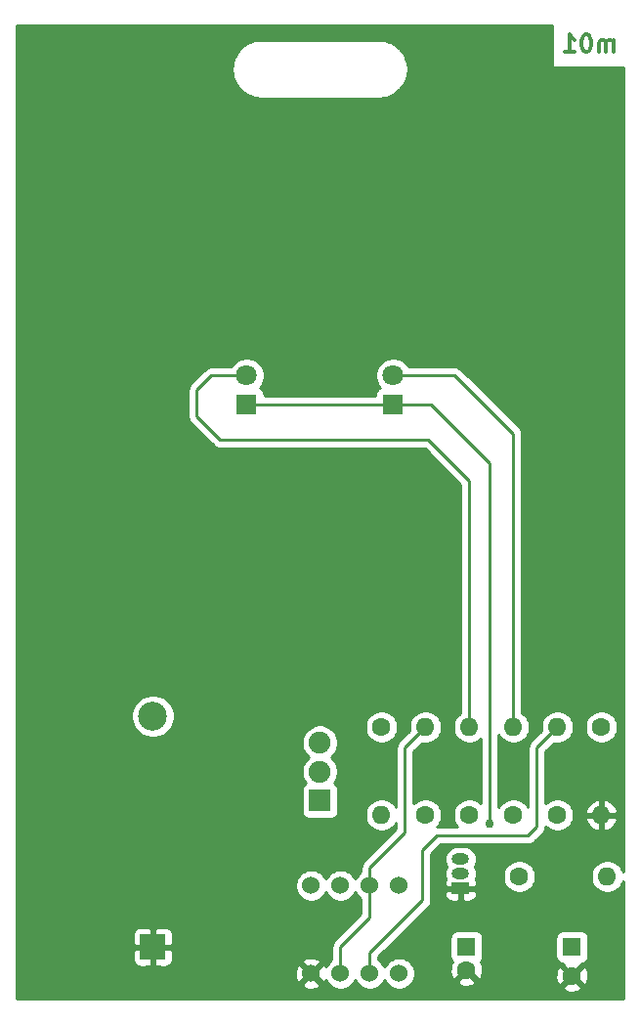
<source format=gbl>
%TF.GenerationSoftware,KiCad,Pcbnew,(5.1.6)-1*%
%TF.CreationDate,2020-08-19T23:20:37-05:00*%
%TF.ProjectId,555_badge,3535355f-6261-4646-9765-2e6b69636164,m01*%
%TF.SameCoordinates,Original*%
%TF.FileFunction,Copper,L2,Bot*%
%TF.FilePolarity,Positive*%
%FSLAX46Y46*%
G04 Gerber Fmt 4.6, Leading zero omitted, Abs format (unit mm)*
G04 Created by KiCad (PCBNEW (5.1.6)-1) date 2020-08-19 23:20:37*
%MOMM*%
%LPD*%
G01*
G04 APERTURE LIST*
%TA.AperFunction,NonConductor*%
%ADD10C,0.300000*%
%TD*%
%TA.AperFunction,ComponentPad*%
%ADD11C,1.524000*%
%TD*%
%TA.AperFunction,ComponentPad*%
%ADD12R,2.170000X2.170000*%
%TD*%
%TA.AperFunction,ComponentPad*%
%ADD13C,2.500000*%
%TD*%
%TA.AperFunction,ComponentPad*%
%ADD14R,1.600000X1.600000*%
%TD*%
%TA.AperFunction,ComponentPad*%
%ADD15C,1.600000*%
%TD*%
%TA.AperFunction,ComponentPad*%
%ADD16R,1.800000X1.800000*%
%TD*%
%TA.AperFunction,ComponentPad*%
%ADD17C,1.800000*%
%TD*%
%TA.AperFunction,ComponentPad*%
%ADD18O,1.500000X1.000000*%
%TD*%
%TA.AperFunction,ComponentPad*%
%ADD19R,1.500000X1.000000*%
%TD*%
%TA.AperFunction,ComponentPad*%
%ADD20O,1.600000X1.600000*%
%TD*%
%TA.AperFunction,ComponentPad*%
%ADD21R,1.900000X1.900000*%
%TD*%
%TA.AperFunction,ComponentPad*%
%ADD22C,1.900000*%
%TD*%
%TA.AperFunction,ViaPad*%
%ADD23C,0.762000*%
%TD*%
%TA.AperFunction,Conductor*%
%ADD24C,0.254000*%
%TD*%
G04 APERTURE END LIST*
D10*
X179363428Y-44366571D02*
X179363428Y-43366571D01*
X179363428Y-43509428D02*
X179292000Y-43438000D01*
X179149142Y-43366571D01*
X178934857Y-43366571D01*
X178792000Y-43438000D01*
X178720571Y-43580857D01*
X178720571Y-44366571D01*
X178720571Y-43580857D02*
X178649142Y-43438000D01*
X178506285Y-43366571D01*
X178292000Y-43366571D01*
X178149142Y-43438000D01*
X178077714Y-43580857D01*
X178077714Y-44366571D01*
X177077714Y-42866571D02*
X176934857Y-42866571D01*
X176792000Y-42938000D01*
X176720571Y-43009428D01*
X176649142Y-43152285D01*
X176577714Y-43438000D01*
X176577714Y-43795142D01*
X176649142Y-44080857D01*
X176720571Y-44223714D01*
X176792000Y-44295142D01*
X176934857Y-44366571D01*
X177077714Y-44366571D01*
X177220571Y-44295142D01*
X177292000Y-44223714D01*
X177363428Y-44080857D01*
X177434857Y-43795142D01*
X177434857Y-43438000D01*
X177363428Y-43152285D01*
X177292000Y-43009428D01*
X177220571Y-42938000D01*
X177077714Y-42866571D01*
X175149142Y-44366571D02*
X176006285Y-44366571D01*
X175577714Y-44366571D02*
X175577714Y-42866571D01*
X175720571Y-43080857D01*
X175863428Y-43223714D01*
X176006285Y-43295142D01*
D11*
%TO.P,U1,5*%
%TO.N,Net-(U1-Pad5)*%
X160782000Y-116586000D03*
%TO.P,U1,1*%
%TO.N,GND*%
X153162000Y-124206000D03*
%TO.P,U1,2*%
%TO.N,Net-(C1-Pad1)*%
X155702000Y-124206000D03*
%TO.P,U1,3*%
%TO.N,Net-(R3-Pad2)*%
X158242000Y-124206000D03*
%TO.P,U1,4*%
%TO.N,VCC*%
X160782000Y-124206000D03*
%TO.P,U1,6*%
%TO.N,Net-(C1-Pad1)*%
X158242000Y-116586000D03*
%TO.P,U1,7*%
%TO.N,Net-(R1-Pad2)*%
X155702000Y-116586000D03*
%TO.P,U1,8*%
%TO.N,VCC*%
X153162000Y-116586000D03*
%TD*%
D12*
%TO.P,BAT1,Neg*%
%TO.N,GND*%
X139446000Y-121920000D03*
D13*
%TO.P,BAT1,Pos*%
%TO.N,Net-(BAT1-PadPos)*%
X139446000Y-101920000D03*
%TD*%
D14*
%TO.P,C1,1*%
%TO.N,Net-(C1-Pad1)*%
X166624000Y-121920000D03*
D15*
%TO.P,C1,2*%
%TO.N,GND*%
X166624000Y-123920000D03*
%TD*%
D14*
%TO.P,C2,1*%
%TO.N,Net-(C2-Pad1)*%
X175768000Y-121920000D03*
D15*
%TO.P,C2,2*%
%TO.N,GND*%
X175768000Y-124420000D03*
%TD*%
D16*
%TO.P,D1,1*%
%TO.N,Net-(D1-Pad1)*%
X147574000Y-74930000D03*
D17*
%TO.P,D1,2*%
%TO.N,Net-(D1-Pad2)*%
X147574000Y-72390000D03*
%TD*%
%TO.P,D2,2*%
%TO.N,Net-(D2-Pad2)*%
X160274000Y-72390000D03*
D16*
%TO.P,D2,1*%
%TO.N,Net-(D1-Pad1)*%
X160274000Y-74930000D03*
%TD*%
D18*
%TO.P,Q1,2*%
%TO.N,Net-(Q1-Pad2)*%
X166116000Y-115570000D03*
%TO.P,Q1,3*%
%TO.N,Net-(D1-Pad1)*%
X166116000Y-114300000D03*
D19*
%TO.P,Q1,1*%
%TO.N,GND*%
X166116000Y-116840000D03*
%TD*%
D15*
%TO.P,R1,1*%
%TO.N,VCC*%
X159258000Y-102870000D03*
D20*
%TO.P,R1,2*%
%TO.N,Net-(R1-Pad2)*%
X159258000Y-110490000D03*
%TD*%
%TO.P,R2,2*%
%TO.N,Net-(C1-Pad1)*%
X163068000Y-102870000D03*
D15*
%TO.P,R2,1*%
%TO.N,Net-(R1-Pad2)*%
X163068000Y-110490000D03*
%TD*%
%TO.P,R3,1*%
%TO.N,Net-(C2-Pad1)*%
X174498000Y-110490000D03*
D20*
%TO.P,R3,2*%
%TO.N,Net-(R3-Pad2)*%
X174498000Y-102870000D03*
%TD*%
%TO.P,R4,2*%
%TO.N,GND*%
X178308000Y-110490000D03*
D15*
%TO.P,R4,1*%
%TO.N,Net-(C2-Pad1)*%
X178308000Y-102870000D03*
%TD*%
%TO.P,R5,1*%
%TO.N,Net-(Q1-Pad2)*%
X171196000Y-115824000D03*
D20*
%TO.P,R5,2*%
%TO.N,Net-(C2-Pad1)*%
X178816000Y-115824000D03*
%TD*%
%TO.P,R6,2*%
%TO.N,Net-(D1-Pad2)*%
X166878000Y-102870000D03*
D15*
%TO.P,R6,1*%
%TO.N,VCC*%
X166878000Y-110490000D03*
%TD*%
%TO.P,R7,1*%
%TO.N,VCC*%
X170688000Y-110490000D03*
D20*
%TO.P,R7,2*%
%TO.N,Net-(D2-Pad2)*%
X170688000Y-102870000D03*
%TD*%
D21*
%TO.P,S1,1*%
%TO.N,Net-(S1-Pad1)*%
X153924000Y-109220000D03*
D22*
%TO.P,S1,2*%
%TO.N,VCC*%
X153924000Y-106720000D03*
%TO.P,S1,3*%
%TO.N,Net-(BAT1-PadPos)*%
X153924000Y-104220000D03*
%TD*%
D23*
%TO.N,Net-(D1-Pad1)*%
X168656000Y-111252000D03*
%TD*%
D24*
%TO.N,Net-(C1-Pad1)*%
X155702000Y-124206000D02*
X155702000Y-121920000D01*
X155702000Y-121920000D02*
X158242000Y-119380000D01*
X158242000Y-119380000D02*
X158242000Y-116586000D01*
X158242000Y-116586000D02*
X158242000Y-115062000D01*
X158242000Y-115062000D02*
X161290000Y-112014000D01*
X161290000Y-112014000D02*
X161290000Y-104648000D01*
X161290000Y-104648000D02*
X163068000Y-102870000D01*
%TO.N,Net-(D1-Pad1)*%
X168656000Y-111252000D02*
X168656000Y-80010000D01*
X163576000Y-74930000D02*
X160274000Y-74930000D01*
X168656000Y-80010000D02*
X163576000Y-74930000D01*
X160274000Y-74930000D02*
X147574000Y-74930000D01*
%TO.N,Net-(D1-Pad2)*%
X166878000Y-102870000D02*
X166878000Y-81534000D01*
X166878000Y-81534000D02*
X163322000Y-77978000D01*
X163322000Y-77978000D02*
X145288000Y-77978000D01*
X145288000Y-77978000D02*
X143256000Y-75946000D01*
X143256000Y-75946000D02*
X143256000Y-73660000D01*
X144526000Y-72390000D02*
X147574000Y-72390000D01*
X143256000Y-73660000D02*
X144526000Y-72390000D01*
%TO.N,Net-(D2-Pad2)*%
X170688000Y-102870000D02*
X170688000Y-77470000D01*
X165608000Y-72390000D02*
X160274000Y-72390000D01*
X170688000Y-77470000D02*
X165608000Y-72390000D01*
%TO.N,Net-(R3-Pad2)*%
X172720000Y-111506000D02*
X172720000Y-104648000D01*
X171958000Y-112268000D02*
X172720000Y-111506000D01*
X158242000Y-122428000D02*
X162814000Y-117856000D01*
X158242000Y-124206000D02*
X158242000Y-122428000D01*
X162814000Y-117856000D02*
X162814000Y-113538000D01*
X172720000Y-104648000D02*
X174498000Y-102870000D01*
X162814000Y-113538000D02*
X164084000Y-112268000D01*
X164084000Y-112268000D02*
X171958000Y-112268000D01*
%TD*%
%TO.N,GND*%
G36*
X174078429Y-45718000D02*
G01*
X180200300Y-45718000D01*
X180200301Y-115427787D01*
X180195853Y-115405426D01*
X180087680Y-115144273D01*
X179930637Y-114909241D01*
X179730759Y-114709363D01*
X179495727Y-114552320D01*
X179234574Y-114444147D01*
X178957335Y-114389000D01*
X178674665Y-114389000D01*
X178397426Y-114444147D01*
X178136273Y-114552320D01*
X177901241Y-114709363D01*
X177701363Y-114909241D01*
X177544320Y-115144273D01*
X177436147Y-115405426D01*
X177381000Y-115682665D01*
X177381000Y-115965335D01*
X177436147Y-116242574D01*
X177544320Y-116503727D01*
X177701363Y-116738759D01*
X177901241Y-116938637D01*
X178136273Y-117095680D01*
X178397426Y-117203853D01*
X178674665Y-117259000D01*
X178957335Y-117259000D01*
X179234574Y-117203853D01*
X179495727Y-117095680D01*
X179730759Y-116938637D01*
X179930637Y-116738759D01*
X180087680Y-116503727D01*
X180195853Y-116242574D01*
X180200301Y-116220213D01*
X180200301Y-126352300D01*
X127647700Y-126352300D01*
X127647700Y-125171565D01*
X152376040Y-125171565D01*
X152443020Y-125411656D01*
X152692048Y-125528756D01*
X152959135Y-125595023D01*
X153234017Y-125607910D01*
X153506133Y-125566922D01*
X153765023Y-125473636D01*
X153880980Y-125411656D01*
X153947960Y-125171565D01*
X153162000Y-124385605D01*
X152376040Y-125171565D01*
X127647700Y-125171565D01*
X127647700Y-124278017D01*
X151760090Y-124278017D01*
X151801078Y-124550133D01*
X151894364Y-124809023D01*
X151956344Y-124924980D01*
X152196435Y-124991960D01*
X152982395Y-124206000D01*
X152196435Y-123420040D01*
X151956344Y-123487020D01*
X151839244Y-123736048D01*
X151772977Y-124003135D01*
X151760090Y-124278017D01*
X127647700Y-124278017D01*
X127647700Y-123005000D01*
X137722928Y-123005000D01*
X137735188Y-123129482D01*
X137771498Y-123249180D01*
X137830463Y-123359494D01*
X137909815Y-123456185D01*
X138006506Y-123535537D01*
X138116820Y-123594502D01*
X138236518Y-123630812D01*
X138361000Y-123643072D01*
X139160250Y-123640000D01*
X139319000Y-123481250D01*
X139319000Y-122047000D01*
X139573000Y-122047000D01*
X139573000Y-123481250D01*
X139731750Y-123640000D01*
X140531000Y-123643072D01*
X140655482Y-123630812D01*
X140775180Y-123594502D01*
X140885494Y-123535537D01*
X140982185Y-123456185D01*
X141061537Y-123359494D01*
X141120502Y-123249180D01*
X141123154Y-123240435D01*
X152376040Y-123240435D01*
X153162000Y-124026395D01*
X153947960Y-123240435D01*
X153880980Y-123000344D01*
X153631952Y-122883244D01*
X153364865Y-122816977D01*
X153089983Y-122804090D01*
X152817867Y-122845078D01*
X152558977Y-122938364D01*
X152443020Y-123000344D01*
X152376040Y-123240435D01*
X141123154Y-123240435D01*
X141156812Y-123129482D01*
X141169072Y-123005000D01*
X141166000Y-122205750D01*
X141007250Y-122047000D01*
X139573000Y-122047000D01*
X139319000Y-122047000D01*
X137884750Y-122047000D01*
X137726000Y-122205750D01*
X137722928Y-123005000D01*
X127647700Y-123005000D01*
X127647700Y-120835000D01*
X137722928Y-120835000D01*
X137726000Y-121634250D01*
X137884750Y-121793000D01*
X139319000Y-121793000D01*
X139319000Y-120358750D01*
X139573000Y-120358750D01*
X139573000Y-121793000D01*
X141007250Y-121793000D01*
X141166000Y-121634250D01*
X141169072Y-120835000D01*
X141156812Y-120710518D01*
X141120502Y-120590820D01*
X141061537Y-120480506D01*
X140982185Y-120383815D01*
X140885494Y-120304463D01*
X140775180Y-120245498D01*
X140655482Y-120209188D01*
X140531000Y-120196928D01*
X139731750Y-120200000D01*
X139573000Y-120358750D01*
X139319000Y-120358750D01*
X139160250Y-120200000D01*
X138361000Y-120196928D01*
X138236518Y-120209188D01*
X138116820Y-120245498D01*
X138006506Y-120304463D01*
X137909815Y-120383815D01*
X137830463Y-120480506D01*
X137771498Y-120590820D01*
X137735188Y-120710518D01*
X137722928Y-120835000D01*
X127647700Y-120835000D01*
X127647700Y-108270000D01*
X152335928Y-108270000D01*
X152335928Y-110170000D01*
X152348188Y-110294482D01*
X152384498Y-110414180D01*
X152443463Y-110524494D01*
X152522815Y-110621185D01*
X152619506Y-110700537D01*
X152729820Y-110759502D01*
X152849518Y-110795812D01*
X152974000Y-110808072D01*
X154874000Y-110808072D01*
X154998482Y-110795812D01*
X155118180Y-110759502D01*
X155228494Y-110700537D01*
X155325185Y-110621185D01*
X155404537Y-110524494D01*
X155463502Y-110414180D01*
X155499812Y-110294482D01*
X155512072Y-110170000D01*
X155512072Y-108270000D01*
X155499812Y-108145518D01*
X155463502Y-108025820D01*
X155404537Y-107915506D01*
X155325185Y-107818815D01*
X155228494Y-107739463D01*
X155169979Y-107708186D01*
X155328609Y-107470779D01*
X155448089Y-107182327D01*
X155509000Y-106876109D01*
X155509000Y-106563891D01*
X155448089Y-106257673D01*
X155328609Y-105969221D01*
X155155150Y-105709621D01*
X154934379Y-105488850D01*
X154906168Y-105470000D01*
X154934379Y-105451150D01*
X155155150Y-105230379D01*
X155328609Y-104970779D01*
X155448089Y-104682327D01*
X155509000Y-104376109D01*
X155509000Y-104063891D01*
X155448089Y-103757673D01*
X155328609Y-103469221D01*
X155155150Y-103209621D01*
X154934379Y-102988850D01*
X154674779Y-102815391D01*
X154465403Y-102728665D01*
X157823000Y-102728665D01*
X157823000Y-103011335D01*
X157878147Y-103288574D01*
X157986320Y-103549727D01*
X158143363Y-103784759D01*
X158343241Y-103984637D01*
X158578273Y-104141680D01*
X158839426Y-104249853D01*
X159116665Y-104305000D01*
X159399335Y-104305000D01*
X159676574Y-104249853D01*
X159937727Y-104141680D01*
X160172759Y-103984637D01*
X160372637Y-103784759D01*
X160529680Y-103549727D01*
X160637853Y-103288574D01*
X160693000Y-103011335D01*
X160693000Y-102728665D01*
X160637853Y-102451426D01*
X160529680Y-102190273D01*
X160372637Y-101955241D01*
X160172759Y-101755363D01*
X159937727Y-101598320D01*
X159676574Y-101490147D01*
X159399335Y-101435000D01*
X159116665Y-101435000D01*
X158839426Y-101490147D01*
X158578273Y-101598320D01*
X158343241Y-101755363D01*
X158143363Y-101955241D01*
X157986320Y-102190273D01*
X157878147Y-102451426D01*
X157823000Y-102728665D01*
X154465403Y-102728665D01*
X154386327Y-102695911D01*
X154080109Y-102635000D01*
X153767891Y-102635000D01*
X153461673Y-102695911D01*
X153173221Y-102815391D01*
X152913621Y-102988850D01*
X152692850Y-103209621D01*
X152519391Y-103469221D01*
X152399911Y-103757673D01*
X152339000Y-104063891D01*
X152339000Y-104376109D01*
X152399911Y-104682327D01*
X152519391Y-104970779D01*
X152692850Y-105230379D01*
X152913621Y-105451150D01*
X152941832Y-105470000D01*
X152913621Y-105488850D01*
X152692850Y-105709621D01*
X152519391Y-105969221D01*
X152399911Y-106257673D01*
X152339000Y-106563891D01*
X152339000Y-106876109D01*
X152399911Y-107182327D01*
X152519391Y-107470779D01*
X152678021Y-107708186D01*
X152619506Y-107739463D01*
X152522815Y-107818815D01*
X152443463Y-107915506D01*
X152384498Y-108025820D01*
X152348188Y-108145518D01*
X152335928Y-108270000D01*
X127647700Y-108270000D01*
X127647700Y-101734344D01*
X137561000Y-101734344D01*
X137561000Y-102105656D01*
X137633439Y-102469834D01*
X137775534Y-102812882D01*
X137981825Y-103121618D01*
X138244382Y-103384175D01*
X138553118Y-103590466D01*
X138896166Y-103732561D01*
X139260344Y-103805000D01*
X139631656Y-103805000D01*
X139995834Y-103732561D01*
X140338882Y-103590466D01*
X140647618Y-103384175D01*
X140910175Y-103121618D01*
X141116466Y-102812882D01*
X141258561Y-102469834D01*
X141331000Y-102105656D01*
X141331000Y-101734344D01*
X141258561Y-101370166D01*
X141116466Y-101027118D01*
X140910175Y-100718382D01*
X140647618Y-100455825D01*
X140338882Y-100249534D01*
X139995834Y-100107439D01*
X139631656Y-100035000D01*
X139260344Y-100035000D01*
X138896166Y-100107439D01*
X138553118Y-100249534D01*
X138244382Y-100455825D01*
X137981825Y-100718382D01*
X137775534Y-101027118D01*
X137633439Y-101370166D01*
X137561000Y-101734344D01*
X127647700Y-101734344D01*
X127647700Y-73660000D01*
X142490314Y-73660000D01*
X142494001Y-73697433D01*
X142494000Y-75908576D01*
X142490314Y-75946000D01*
X142494000Y-75983423D01*
X142494000Y-75983425D01*
X142505026Y-76095377D01*
X142548598Y-76239014D01*
X142548599Y-76239015D01*
X142619355Y-76371392D01*
X142658838Y-76419502D01*
X142714578Y-76487422D01*
X142743654Y-76511284D01*
X144722720Y-78490351D01*
X144746578Y-78519422D01*
X144775648Y-78543279D01*
X144862607Y-78614645D01*
X144933364Y-78652465D01*
X144994985Y-78685402D01*
X145138622Y-78728974D01*
X145250574Y-78740000D01*
X145250577Y-78740000D01*
X145288000Y-78743686D01*
X145325423Y-78740000D01*
X163006370Y-78740000D01*
X166116001Y-81849632D01*
X166116000Y-101653293D01*
X165963241Y-101755363D01*
X165763363Y-101955241D01*
X165606320Y-102190273D01*
X165498147Y-102451426D01*
X165443000Y-102728665D01*
X165443000Y-103011335D01*
X165498147Y-103288574D01*
X165606320Y-103549727D01*
X165763363Y-103784759D01*
X165963241Y-103984637D01*
X166198273Y-104141680D01*
X166459426Y-104249853D01*
X166736665Y-104305000D01*
X167019335Y-104305000D01*
X167296574Y-104249853D01*
X167557727Y-104141680D01*
X167792759Y-103984637D01*
X167894000Y-103883396D01*
X167894000Y-109476604D01*
X167792759Y-109375363D01*
X167557727Y-109218320D01*
X167296574Y-109110147D01*
X167019335Y-109055000D01*
X166736665Y-109055000D01*
X166459426Y-109110147D01*
X166198273Y-109218320D01*
X165963241Y-109375363D01*
X165763363Y-109575241D01*
X165606320Y-109810273D01*
X165498147Y-110071426D01*
X165443000Y-110348665D01*
X165443000Y-110631335D01*
X165498147Y-110908574D01*
X165606320Y-111169727D01*
X165763363Y-111404759D01*
X165864604Y-111506000D01*
X164121422Y-111506000D01*
X164084985Y-111502411D01*
X164182637Y-111404759D01*
X164339680Y-111169727D01*
X164447853Y-110908574D01*
X164503000Y-110631335D01*
X164503000Y-110348665D01*
X164447853Y-110071426D01*
X164339680Y-109810273D01*
X164182637Y-109575241D01*
X163982759Y-109375363D01*
X163747727Y-109218320D01*
X163486574Y-109110147D01*
X163209335Y-109055000D01*
X162926665Y-109055000D01*
X162649426Y-109110147D01*
X162388273Y-109218320D01*
X162153241Y-109375363D01*
X162052000Y-109476604D01*
X162052000Y-104963630D01*
X162746473Y-104269157D01*
X162926665Y-104305000D01*
X163209335Y-104305000D01*
X163486574Y-104249853D01*
X163747727Y-104141680D01*
X163982759Y-103984637D01*
X164182637Y-103784759D01*
X164339680Y-103549727D01*
X164447853Y-103288574D01*
X164503000Y-103011335D01*
X164503000Y-102728665D01*
X164447853Y-102451426D01*
X164339680Y-102190273D01*
X164182637Y-101955241D01*
X163982759Y-101755363D01*
X163747727Y-101598320D01*
X163486574Y-101490147D01*
X163209335Y-101435000D01*
X162926665Y-101435000D01*
X162649426Y-101490147D01*
X162388273Y-101598320D01*
X162153241Y-101755363D01*
X161953363Y-101955241D01*
X161796320Y-102190273D01*
X161688147Y-102451426D01*
X161633000Y-102728665D01*
X161633000Y-103011335D01*
X161668843Y-103191527D01*
X160777649Y-104082721D01*
X160748579Y-104106578D01*
X160724722Y-104135648D01*
X160724721Y-104135649D01*
X160653355Y-104222608D01*
X160582599Y-104354985D01*
X160539027Y-104498622D01*
X160524314Y-104648000D01*
X160528001Y-104685433D01*
X160528000Y-109807759D01*
X160372637Y-109575241D01*
X160172759Y-109375363D01*
X159937727Y-109218320D01*
X159676574Y-109110147D01*
X159399335Y-109055000D01*
X159116665Y-109055000D01*
X158839426Y-109110147D01*
X158578273Y-109218320D01*
X158343241Y-109375363D01*
X158143363Y-109575241D01*
X157986320Y-109810273D01*
X157878147Y-110071426D01*
X157823000Y-110348665D01*
X157823000Y-110631335D01*
X157878147Y-110908574D01*
X157986320Y-111169727D01*
X158143363Y-111404759D01*
X158343241Y-111604637D01*
X158578273Y-111761680D01*
X158839426Y-111869853D01*
X159116665Y-111925000D01*
X159399335Y-111925000D01*
X159676574Y-111869853D01*
X159937727Y-111761680D01*
X160172759Y-111604637D01*
X160372637Y-111404759D01*
X160528000Y-111172241D01*
X160528000Y-111698369D01*
X157729649Y-114496721D01*
X157700579Y-114520578D01*
X157676722Y-114549648D01*
X157676721Y-114549649D01*
X157605355Y-114636608D01*
X157534599Y-114768985D01*
X157491027Y-114912622D01*
X157476314Y-115062000D01*
X157480001Y-115099433D01*
X157480001Y-115414995D01*
X157351465Y-115500880D01*
X157156880Y-115695465D01*
X157003995Y-115924273D01*
X156972000Y-116001515D01*
X156940005Y-115924273D01*
X156787120Y-115695465D01*
X156592535Y-115500880D01*
X156363727Y-115347995D01*
X156109490Y-115242686D01*
X155839592Y-115189000D01*
X155564408Y-115189000D01*
X155294510Y-115242686D01*
X155040273Y-115347995D01*
X154811465Y-115500880D01*
X154616880Y-115695465D01*
X154463995Y-115924273D01*
X154432000Y-116001515D01*
X154400005Y-115924273D01*
X154247120Y-115695465D01*
X154052535Y-115500880D01*
X153823727Y-115347995D01*
X153569490Y-115242686D01*
X153299592Y-115189000D01*
X153024408Y-115189000D01*
X152754510Y-115242686D01*
X152500273Y-115347995D01*
X152271465Y-115500880D01*
X152076880Y-115695465D01*
X151923995Y-115924273D01*
X151818686Y-116178510D01*
X151765000Y-116448408D01*
X151765000Y-116723592D01*
X151818686Y-116993490D01*
X151923995Y-117247727D01*
X152076880Y-117476535D01*
X152271465Y-117671120D01*
X152500273Y-117824005D01*
X152754510Y-117929314D01*
X153024408Y-117983000D01*
X153299592Y-117983000D01*
X153569490Y-117929314D01*
X153823727Y-117824005D01*
X154052535Y-117671120D01*
X154247120Y-117476535D01*
X154400005Y-117247727D01*
X154432000Y-117170485D01*
X154463995Y-117247727D01*
X154616880Y-117476535D01*
X154811465Y-117671120D01*
X155040273Y-117824005D01*
X155294510Y-117929314D01*
X155564408Y-117983000D01*
X155839592Y-117983000D01*
X156109490Y-117929314D01*
X156363727Y-117824005D01*
X156592535Y-117671120D01*
X156787120Y-117476535D01*
X156940005Y-117247727D01*
X156972000Y-117170485D01*
X157003995Y-117247727D01*
X157156880Y-117476535D01*
X157351465Y-117671120D01*
X157480001Y-117757005D01*
X157480000Y-119064369D01*
X155189649Y-121354721D01*
X155160579Y-121378578D01*
X155136722Y-121407648D01*
X155136721Y-121407649D01*
X155065355Y-121494608D01*
X154994599Y-121626985D01*
X154951027Y-121770622D01*
X154936314Y-121920000D01*
X154940001Y-121957433D01*
X154940001Y-123034995D01*
X154811465Y-123120880D01*
X154616880Y-123315465D01*
X154463995Y-123544273D01*
X154434308Y-123615943D01*
X154429636Y-123602977D01*
X154367656Y-123487020D01*
X154127565Y-123420040D01*
X153341605Y-124206000D01*
X154127565Y-124991960D01*
X154367656Y-124924980D01*
X154431485Y-124789240D01*
X154463995Y-124867727D01*
X154616880Y-125096535D01*
X154811465Y-125291120D01*
X155040273Y-125444005D01*
X155294510Y-125549314D01*
X155564408Y-125603000D01*
X155839592Y-125603000D01*
X156109490Y-125549314D01*
X156363727Y-125444005D01*
X156592535Y-125291120D01*
X156787120Y-125096535D01*
X156940005Y-124867727D01*
X156972000Y-124790485D01*
X157003995Y-124867727D01*
X157156880Y-125096535D01*
X157351465Y-125291120D01*
X157580273Y-125444005D01*
X157834510Y-125549314D01*
X158104408Y-125603000D01*
X158379592Y-125603000D01*
X158649490Y-125549314D01*
X158903727Y-125444005D01*
X159132535Y-125291120D01*
X159327120Y-125096535D01*
X159480005Y-124867727D01*
X159512000Y-124790485D01*
X159543995Y-124867727D01*
X159696880Y-125096535D01*
X159891465Y-125291120D01*
X160120273Y-125444005D01*
X160374510Y-125549314D01*
X160644408Y-125603000D01*
X160919592Y-125603000D01*
X161189490Y-125549314D01*
X161443727Y-125444005D01*
X161490575Y-125412702D01*
X174954903Y-125412702D01*
X175026486Y-125656671D01*
X175281996Y-125777571D01*
X175556184Y-125846300D01*
X175838512Y-125860217D01*
X176118130Y-125818787D01*
X176384292Y-125723603D01*
X176509514Y-125656671D01*
X176581097Y-125412702D01*
X175768000Y-124599605D01*
X174954903Y-125412702D01*
X161490575Y-125412702D01*
X161672535Y-125291120D01*
X161867120Y-125096535D01*
X161989953Y-124912702D01*
X165810903Y-124912702D01*
X165882486Y-125156671D01*
X166137996Y-125277571D01*
X166412184Y-125346300D01*
X166694512Y-125360217D01*
X166974130Y-125318787D01*
X167240292Y-125223603D01*
X167365514Y-125156671D01*
X167437097Y-124912702D01*
X166624000Y-124099605D01*
X165810903Y-124912702D01*
X161989953Y-124912702D01*
X162020005Y-124867727D01*
X162125314Y-124613490D01*
X162179000Y-124343592D01*
X162179000Y-124068408D01*
X162163506Y-123990512D01*
X165183783Y-123990512D01*
X165225213Y-124270130D01*
X165320397Y-124536292D01*
X165387329Y-124661514D01*
X165631298Y-124733097D01*
X166444395Y-123920000D01*
X166430253Y-123905858D01*
X166609858Y-123726253D01*
X166624000Y-123740395D01*
X166638143Y-123726253D01*
X166817748Y-123905858D01*
X166803605Y-123920000D01*
X167616702Y-124733097D01*
X167860671Y-124661514D01*
X167941584Y-124490512D01*
X174327783Y-124490512D01*
X174369213Y-124770130D01*
X174464397Y-125036292D01*
X174531329Y-125161514D01*
X174775298Y-125233097D01*
X175588395Y-124420000D01*
X175947605Y-124420000D01*
X176760702Y-125233097D01*
X177004671Y-125161514D01*
X177125571Y-124906004D01*
X177194300Y-124631816D01*
X177208217Y-124349488D01*
X177166787Y-124069870D01*
X177071603Y-123803708D01*
X177004671Y-123678486D01*
X176760702Y-123606903D01*
X175947605Y-124420000D01*
X175588395Y-124420000D01*
X174775298Y-123606903D01*
X174531329Y-123678486D01*
X174410429Y-123933996D01*
X174341700Y-124208184D01*
X174327783Y-124490512D01*
X167941584Y-124490512D01*
X167981571Y-124406004D01*
X168050300Y-124131816D01*
X168064217Y-123849488D01*
X168022787Y-123569870D01*
X167927603Y-123303708D01*
X167862384Y-123181691D01*
X167875185Y-123171185D01*
X167954537Y-123074494D01*
X168013502Y-122964180D01*
X168049812Y-122844482D01*
X168062072Y-122720000D01*
X168062072Y-121120000D01*
X174329928Y-121120000D01*
X174329928Y-122720000D01*
X174342188Y-122844482D01*
X174378498Y-122964180D01*
X174437463Y-123074494D01*
X174516815Y-123171185D01*
X174613506Y-123250537D01*
X174723820Y-123309502D01*
X174843518Y-123345812D01*
X174968000Y-123358072D01*
X174975215Y-123358072D01*
X174954903Y-123427298D01*
X175768000Y-124240395D01*
X176581097Y-123427298D01*
X176560785Y-123358072D01*
X176568000Y-123358072D01*
X176692482Y-123345812D01*
X176812180Y-123309502D01*
X176922494Y-123250537D01*
X177019185Y-123171185D01*
X177098537Y-123074494D01*
X177157502Y-122964180D01*
X177193812Y-122844482D01*
X177206072Y-122720000D01*
X177206072Y-121120000D01*
X177193812Y-120995518D01*
X177157502Y-120875820D01*
X177098537Y-120765506D01*
X177019185Y-120668815D01*
X176922494Y-120589463D01*
X176812180Y-120530498D01*
X176692482Y-120494188D01*
X176568000Y-120481928D01*
X174968000Y-120481928D01*
X174843518Y-120494188D01*
X174723820Y-120530498D01*
X174613506Y-120589463D01*
X174516815Y-120668815D01*
X174437463Y-120765506D01*
X174378498Y-120875820D01*
X174342188Y-120995518D01*
X174329928Y-121120000D01*
X168062072Y-121120000D01*
X168049812Y-120995518D01*
X168013502Y-120875820D01*
X167954537Y-120765506D01*
X167875185Y-120668815D01*
X167778494Y-120589463D01*
X167668180Y-120530498D01*
X167548482Y-120494188D01*
X167424000Y-120481928D01*
X165824000Y-120481928D01*
X165699518Y-120494188D01*
X165579820Y-120530498D01*
X165469506Y-120589463D01*
X165372815Y-120668815D01*
X165293463Y-120765506D01*
X165234498Y-120875820D01*
X165198188Y-120995518D01*
X165185928Y-121120000D01*
X165185928Y-122720000D01*
X165198188Y-122844482D01*
X165234498Y-122964180D01*
X165293463Y-123074494D01*
X165372815Y-123171185D01*
X165385758Y-123181807D01*
X165266429Y-123433996D01*
X165197700Y-123708184D01*
X165183783Y-123990512D01*
X162163506Y-123990512D01*
X162125314Y-123798510D01*
X162020005Y-123544273D01*
X161867120Y-123315465D01*
X161672535Y-123120880D01*
X161443727Y-122967995D01*
X161189490Y-122862686D01*
X160919592Y-122809000D01*
X160644408Y-122809000D01*
X160374510Y-122862686D01*
X160120273Y-122967995D01*
X159891465Y-123120880D01*
X159696880Y-123315465D01*
X159543995Y-123544273D01*
X159512000Y-123621515D01*
X159480005Y-123544273D01*
X159327120Y-123315465D01*
X159132535Y-123120880D01*
X159004000Y-123034995D01*
X159004000Y-122743630D01*
X163326353Y-118421278D01*
X163355422Y-118397422D01*
X163450645Y-118281392D01*
X163521402Y-118149015D01*
X163564974Y-118005378D01*
X163576000Y-117893426D01*
X163576000Y-117893424D01*
X163579686Y-117856001D01*
X163576000Y-117818578D01*
X163576000Y-117340000D01*
X164727928Y-117340000D01*
X164740188Y-117464482D01*
X164776498Y-117584180D01*
X164835463Y-117694494D01*
X164914815Y-117791185D01*
X165011506Y-117870537D01*
X165121820Y-117929502D01*
X165241518Y-117965812D01*
X165366000Y-117978072D01*
X165830250Y-117975000D01*
X165989000Y-117816250D01*
X165989000Y-116967000D01*
X166243000Y-116967000D01*
X166243000Y-117816250D01*
X166401750Y-117975000D01*
X166866000Y-117978072D01*
X166990482Y-117965812D01*
X167110180Y-117929502D01*
X167220494Y-117870537D01*
X167317185Y-117791185D01*
X167396537Y-117694494D01*
X167455502Y-117584180D01*
X167491812Y-117464482D01*
X167504072Y-117340000D01*
X167501000Y-117125750D01*
X167342250Y-116967000D01*
X166243000Y-116967000D01*
X165989000Y-116967000D01*
X164889750Y-116967000D01*
X164731000Y-117125750D01*
X164727928Y-117340000D01*
X163576000Y-117340000D01*
X163576000Y-114300000D01*
X164725509Y-114300000D01*
X164747423Y-114522499D01*
X164812324Y-114736447D01*
X164917716Y-114933623D01*
X164918846Y-114935000D01*
X164917716Y-114936377D01*
X164812324Y-115133553D01*
X164747423Y-115347501D01*
X164725509Y-115570000D01*
X164747423Y-115792499D01*
X164812324Y-116006447D01*
X164818297Y-116017621D01*
X164776498Y-116095820D01*
X164740188Y-116215518D01*
X164727928Y-116340000D01*
X164731000Y-116554250D01*
X164889750Y-116713000D01*
X165989000Y-116713000D01*
X165989000Y-116705000D01*
X166243000Y-116705000D01*
X166243000Y-116713000D01*
X167342250Y-116713000D01*
X167501000Y-116554250D01*
X167504072Y-116340000D01*
X167491812Y-116215518D01*
X167455502Y-116095820D01*
X167413703Y-116017621D01*
X167419676Y-116006447D01*
X167484577Y-115792499D01*
X167495394Y-115682665D01*
X169761000Y-115682665D01*
X169761000Y-115965335D01*
X169816147Y-116242574D01*
X169924320Y-116503727D01*
X170081363Y-116738759D01*
X170281241Y-116938637D01*
X170516273Y-117095680D01*
X170777426Y-117203853D01*
X171054665Y-117259000D01*
X171337335Y-117259000D01*
X171614574Y-117203853D01*
X171875727Y-117095680D01*
X172110759Y-116938637D01*
X172310637Y-116738759D01*
X172467680Y-116503727D01*
X172575853Y-116242574D01*
X172631000Y-115965335D01*
X172631000Y-115682665D01*
X172575853Y-115405426D01*
X172467680Y-115144273D01*
X172310637Y-114909241D01*
X172110759Y-114709363D01*
X171875727Y-114552320D01*
X171614574Y-114444147D01*
X171337335Y-114389000D01*
X171054665Y-114389000D01*
X170777426Y-114444147D01*
X170516273Y-114552320D01*
X170281241Y-114709363D01*
X170081363Y-114909241D01*
X169924320Y-115144273D01*
X169816147Y-115405426D01*
X169761000Y-115682665D01*
X167495394Y-115682665D01*
X167506491Y-115570000D01*
X167484577Y-115347501D01*
X167419676Y-115133553D01*
X167314284Y-114936377D01*
X167313154Y-114935000D01*
X167314284Y-114933623D01*
X167419676Y-114736447D01*
X167484577Y-114522499D01*
X167506491Y-114300000D01*
X167484577Y-114077501D01*
X167419676Y-113863553D01*
X167314284Y-113666377D01*
X167172449Y-113493551D01*
X166999623Y-113351716D01*
X166802447Y-113246324D01*
X166588499Y-113181423D01*
X166421752Y-113165000D01*
X165810248Y-113165000D01*
X165643501Y-113181423D01*
X165429553Y-113246324D01*
X165232377Y-113351716D01*
X165059551Y-113493551D01*
X164917716Y-113666377D01*
X164812324Y-113863553D01*
X164747423Y-114077501D01*
X164725509Y-114300000D01*
X163576000Y-114300000D01*
X163576000Y-113853630D01*
X164399631Y-113030000D01*
X171920577Y-113030000D01*
X171958000Y-113033686D01*
X171995423Y-113030000D01*
X171995426Y-113030000D01*
X172107378Y-113018974D01*
X172251015Y-112975402D01*
X172383392Y-112904645D01*
X172499422Y-112809422D01*
X172523284Y-112780347D01*
X173232353Y-112071278D01*
X173261422Y-112047422D01*
X173288851Y-112014000D01*
X173356645Y-111931393D01*
X173427401Y-111799016D01*
X173427402Y-111799015D01*
X173470974Y-111655378D01*
X173482000Y-111543426D01*
X173482000Y-111543423D01*
X173485589Y-111506985D01*
X173583241Y-111604637D01*
X173818273Y-111761680D01*
X174079426Y-111869853D01*
X174356665Y-111925000D01*
X174639335Y-111925000D01*
X174916574Y-111869853D01*
X175177727Y-111761680D01*
X175412759Y-111604637D01*
X175612637Y-111404759D01*
X175769680Y-111169727D01*
X175877853Y-110908574D01*
X175891684Y-110839040D01*
X176916091Y-110839040D01*
X177010930Y-111103881D01*
X177155615Y-111345131D01*
X177344586Y-111553519D01*
X177570580Y-111721037D01*
X177824913Y-111841246D01*
X177958961Y-111881904D01*
X178181000Y-111759915D01*
X178181000Y-110617000D01*
X178435000Y-110617000D01*
X178435000Y-111759915D01*
X178657039Y-111881904D01*
X178791087Y-111841246D01*
X179045420Y-111721037D01*
X179271414Y-111553519D01*
X179460385Y-111345131D01*
X179605070Y-111103881D01*
X179699909Y-110839040D01*
X179578624Y-110617000D01*
X178435000Y-110617000D01*
X178181000Y-110617000D01*
X177037376Y-110617000D01*
X176916091Y-110839040D01*
X175891684Y-110839040D01*
X175933000Y-110631335D01*
X175933000Y-110348665D01*
X175891685Y-110140960D01*
X176916091Y-110140960D01*
X177037376Y-110363000D01*
X178181000Y-110363000D01*
X178181000Y-109220085D01*
X178435000Y-109220085D01*
X178435000Y-110363000D01*
X179578624Y-110363000D01*
X179699909Y-110140960D01*
X179605070Y-109876119D01*
X179460385Y-109634869D01*
X179271414Y-109426481D01*
X179045420Y-109258963D01*
X178791087Y-109138754D01*
X178657039Y-109098096D01*
X178435000Y-109220085D01*
X178181000Y-109220085D01*
X177958961Y-109098096D01*
X177824913Y-109138754D01*
X177570580Y-109258963D01*
X177344586Y-109426481D01*
X177155615Y-109634869D01*
X177010930Y-109876119D01*
X176916091Y-110140960D01*
X175891685Y-110140960D01*
X175877853Y-110071426D01*
X175769680Y-109810273D01*
X175612637Y-109575241D01*
X175412759Y-109375363D01*
X175177727Y-109218320D01*
X174916574Y-109110147D01*
X174639335Y-109055000D01*
X174356665Y-109055000D01*
X174079426Y-109110147D01*
X173818273Y-109218320D01*
X173583241Y-109375363D01*
X173482000Y-109476604D01*
X173482000Y-104963630D01*
X174176473Y-104269157D01*
X174356665Y-104305000D01*
X174639335Y-104305000D01*
X174916574Y-104249853D01*
X175177727Y-104141680D01*
X175412759Y-103984637D01*
X175612637Y-103784759D01*
X175769680Y-103549727D01*
X175877853Y-103288574D01*
X175933000Y-103011335D01*
X175933000Y-102728665D01*
X176873000Y-102728665D01*
X176873000Y-103011335D01*
X176928147Y-103288574D01*
X177036320Y-103549727D01*
X177193363Y-103784759D01*
X177393241Y-103984637D01*
X177628273Y-104141680D01*
X177889426Y-104249853D01*
X178166665Y-104305000D01*
X178449335Y-104305000D01*
X178726574Y-104249853D01*
X178987727Y-104141680D01*
X179222759Y-103984637D01*
X179422637Y-103784759D01*
X179579680Y-103549727D01*
X179687853Y-103288574D01*
X179743000Y-103011335D01*
X179743000Y-102728665D01*
X179687853Y-102451426D01*
X179579680Y-102190273D01*
X179422637Y-101955241D01*
X179222759Y-101755363D01*
X178987727Y-101598320D01*
X178726574Y-101490147D01*
X178449335Y-101435000D01*
X178166665Y-101435000D01*
X177889426Y-101490147D01*
X177628273Y-101598320D01*
X177393241Y-101755363D01*
X177193363Y-101955241D01*
X177036320Y-102190273D01*
X176928147Y-102451426D01*
X176873000Y-102728665D01*
X175933000Y-102728665D01*
X175877853Y-102451426D01*
X175769680Y-102190273D01*
X175612637Y-101955241D01*
X175412759Y-101755363D01*
X175177727Y-101598320D01*
X174916574Y-101490147D01*
X174639335Y-101435000D01*
X174356665Y-101435000D01*
X174079426Y-101490147D01*
X173818273Y-101598320D01*
X173583241Y-101755363D01*
X173383363Y-101955241D01*
X173226320Y-102190273D01*
X173118147Y-102451426D01*
X173063000Y-102728665D01*
X173063000Y-103011335D01*
X173098843Y-103191527D01*
X172207649Y-104082721D01*
X172178579Y-104106578D01*
X172154722Y-104135648D01*
X172154721Y-104135649D01*
X172083355Y-104222608D01*
X172012599Y-104354985D01*
X171969027Y-104498622D01*
X171954314Y-104648000D01*
X171958001Y-104685433D01*
X171958000Y-109807759D01*
X171802637Y-109575241D01*
X171602759Y-109375363D01*
X171367727Y-109218320D01*
X171106574Y-109110147D01*
X170829335Y-109055000D01*
X170546665Y-109055000D01*
X170269426Y-109110147D01*
X170008273Y-109218320D01*
X169773241Y-109375363D01*
X169573363Y-109575241D01*
X169418000Y-109807759D01*
X169418000Y-103552241D01*
X169573363Y-103784759D01*
X169773241Y-103984637D01*
X170008273Y-104141680D01*
X170269426Y-104249853D01*
X170546665Y-104305000D01*
X170829335Y-104305000D01*
X171106574Y-104249853D01*
X171367727Y-104141680D01*
X171602759Y-103984637D01*
X171802637Y-103784759D01*
X171959680Y-103549727D01*
X172067853Y-103288574D01*
X172123000Y-103011335D01*
X172123000Y-102728665D01*
X172067853Y-102451426D01*
X171959680Y-102190273D01*
X171802637Y-101955241D01*
X171602759Y-101755363D01*
X171450000Y-101653293D01*
X171450000Y-77507423D01*
X171453686Y-77470000D01*
X171450000Y-77432574D01*
X171438974Y-77320622D01*
X171395402Y-77176985D01*
X171362465Y-77115364D01*
X171324645Y-77044607D01*
X171253279Y-76957648D01*
X171229422Y-76928578D01*
X171200352Y-76904721D01*
X166173284Y-71877654D01*
X166149422Y-71848578D01*
X166033392Y-71753355D01*
X165901015Y-71682598D01*
X165757378Y-71639026D01*
X165645426Y-71628000D01*
X165645423Y-71628000D01*
X165608000Y-71624314D01*
X165570577Y-71628000D01*
X161610976Y-71628000D01*
X161466312Y-71411495D01*
X161252505Y-71197688D01*
X161001095Y-71029701D01*
X160721743Y-70913989D01*
X160425184Y-70855000D01*
X160122816Y-70855000D01*
X159826257Y-70913989D01*
X159546905Y-71029701D01*
X159295495Y-71197688D01*
X159081688Y-71411495D01*
X158913701Y-71662905D01*
X158797989Y-71942257D01*
X158739000Y-72238816D01*
X158739000Y-72541184D01*
X158797989Y-72837743D01*
X158913701Y-73117095D01*
X159081688Y-73368505D01*
X159148127Y-73434944D01*
X159129820Y-73440498D01*
X159019506Y-73499463D01*
X158922815Y-73578815D01*
X158843463Y-73675506D01*
X158784498Y-73785820D01*
X158748188Y-73905518D01*
X158735928Y-74030000D01*
X158735928Y-74168000D01*
X149112072Y-74168000D01*
X149112072Y-74030000D01*
X149099812Y-73905518D01*
X149063502Y-73785820D01*
X149004537Y-73675506D01*
X148925185Y-73578815D01*
X148828494Y-73499463D01*
X148718180Y-73440498D01*
X148699873Y-73434944D01*
X148766312Y-73368505D01*
X148934299Y-73117095D01*
X149050011Y-72837743D01*
X149109000Y-72541184D01*
X149109000Y-72238816D01*
X149050011Y-71942257D01*
X148934299Y-71662905D01*
X148766312Y-71411495D01*
X148552505Y-71197688D01*
X148301095Y-71029701D01*
X148021743Y-70913989D01*
X147725184Y-70855000D01*
X147422816Y-70855000D01*
X147126257Y-70913989D01*
X146846905Y-71029701D01*
X146595495Y-71197688D01*
X146381688Y-71411495D01*
X146237024Y-71628000D01*
X144563422Y-71628000D01*
X144525999Y-71624314D01*
X144488576Y-71628000D01*
X144488574Y-71628000D01*
X144376622Y-71639026D01*
X144232985Y-71682598D01*
X144100608Y-71753355D01*
X143984578Y-71848578D01*
X143960721Y-71877648D01*
X142743649Y-73094721D01*
X142714579Y-73118578D01*
X142690722Y-73147648D01*
X142690721Y-73147649D01*
X142619355Y-73234608D01*
X142548599Y-73366985D01*
X142505027Y-73510622D01*
X142490314Y-73660000D01*
X127647700Y-73660000D01*
X127647700Y-45801595D01*
X146294012Y-45801595D01*
X146294422Y-45860299D01*
X146294012Y-45919003D01*
X146294894Y-45928003D01*
X146333757Y-46297757D01*
X146345563Y-46355274D01*
X146356561Y-46412926D01*
X146359175Y-46421584D01*
X146469117Y-46776747D01*
X146491874Y-46830883D01*
X146513857Y-46885293D01*
X146518102Y-46893278D01*
X146694934Y-47220323D01*
X146727766Y-47268999D01*
X146759906Y-47318114D01*
X146765622Y-47325122D01*
X147002611Y-47611592D01*
X147044267Y-47652958D01*
X147085338Y-47694899D01*
X147092306Y-47700663D01*
X147380423Y-47935646D01*
X147429336Y-47968144D01*
X147477758Y-48001299D01*
X147485708Y-48005597D01*
X147485712Y-48005600D01*
X147485716Y-48005602D01*
X147813985Y-48180145D01*
X147868261Y-48202516D01*
X147922215Y-48225642D01*
X147930852Y-48228315D01*
X147930856Y-48228317D01*
X147930860Y-48228318D01*
X148286777Y-48335775D01*
X148344338Y-48347173D01*
X148401787Y-48359384D01*
X148410778Y-48360329D01*
X148410780Y-48360329D01*
X148780796Y-48396609D01*
X148780809Y-48396609D01*
X148812191Y-48399700D01*
X159035809Y-48399700D01*
X159069080Y-48396423D01*
X159093803Y-48396423D01*
X159102796Y-48395478D01*
X159472270Y-48354035D01*
X159529710Y-48341826D01*
X159587278Y-48330427D01*
X159595917Y-48327753D01*
X159950304Y-48215335D01*
X160004293Y-48192195D01*
X160058536Y-48169838D01*
X160066491Y-48165537D01*
X160392294Y-47986425D01*
X160440740Y-47953253D01*
X160489627Y-47920773D01*
X160496590Y-47915012D01*
X160496596Y-47915008D01*
X160496601Y-47915003D01*
X160781403Y-47676026D01*
X160822470Y-47634090D01*
X160864132Y-47592719D01*
X160869847Y-47585711D01*
X161102813Y-47295960D01*
X161134962Y-47246832D01*
X161167785Y-47198170D01*
X161172030Y-47190185D01*
X161344279Y-46860703D01*
X161366282Y-46806243D01*
X161389019Y-46752156D01*
X161391633Y-46743498D01*
X161496605Y-46386833D01*
X161507611Y-46329137D01*
X161519409Y-46271665D01*
X161520290Y-46262672D01*
X161520292Y-46262663D01*
X161520292Y-46262655D01*
X161553988Y-45892405D01*
X161553578Y-45833701D01*
X161553988Y-45774998D01*
X161553106Y-45765998D01*
X161514243Y-45396243D01*
X161502430Y-45338696D01*
X161491438Y-45281073D01*
X161488825Y-45272416D01*
X161378883Y-44917252D01*
X161356114Y-44863088D01*
X161334143Y-44808706D01*
X161329898Y-44800722D01*
X161153066Y-44473677D01*
X161120234Y-44425001D01*
X161088094Y-44375886D01*
X161082378Y-44368878D01*
X160845389Y-44082408D01*
X160803733Y-44041042D01*
X160762662Y-43999101D01*
X160755694Y-43993337D01*
X160467577Y-43758354D01*
X160418664Y-43725856D01*
X160370242Y-43692701D01*
X160362292Y-43688403D01*
X160362288Y-43688400D01*
X160362284Y-43688398D01*
X160034015Y-43513855D01*
X159979753Y-43491490D01*
X159925784Y-43468358D01*
X159917145Y-43465684D01*
X159561223Y-43358224D01*
X159503626Y-43346819D01*
X159446213Y-43334616D01*
X159437223Y-43333671D01*
X159437219Y-43333671D01*
X159067204Y-43297391D01*
X159067191Y-43297391D01*
X159035809Y-43294300D01*
X148812191Y-43294300D01*
X148778920Y-43297577D01*
X148754197Y-43297577D01*
X148745204Y-43298522D01*
X148375730Y-43339965D01*
X148318265Y-43352180D01*
X148260722Y-43363573D01*
X148252083Y-43366247D01*
X147897696Y-43478665D01*
X147843720Y-43501799D01*
X147789463Y-43524162D01*
X147781509Y-43528463D01*
X147455706Y-43707575D01*
X147407277Y-43740735D01*
X147358372Y-43773227D01*
X147351410Y-43778988D01*
X147351404Y-43778992D01*
X147351399Y-43778997D01*
X147066597Y-44017974D01*
X147025511Y-44059929D01*
X146983868Y-44101282D01*
X146978158Y-44108284D01*
X146978153Y-44108289D01*
X146978149Y-44108294D01*
X146745187Y-44398040D01*
X146713042Y-44447163D01*
X146680215Y-44495831D01*
X146675973Y-44503811D01*
X146675970Y-44503815D01*
X146675970Y-44503816D01*
X146503721Y-44833297D01*
X146481722Y-44887745D01*
X146458981Y-44941844D01*
X146456367Y-44950501D01*
X146351395Y-45307167D01*
X146340389Y-45364863D01*
X146328591Y-45422335D01*
X146327710Y-45431328D01*
X146327708Y-45431337D01*
X146327708Y-45431345D01*
X146294012Y-45801595D01*
X127647700Y-45801595D01*
X127647700Y-42049700D01*
X174078429Y-42049700D01*
X174078429Y-45718000D01*
G37*
X174078429Y-45718000D02*
X180200300Y-45718000D01*
X180200301Y-115427787D01*
X180195853Y-115405426D01*
X180087680Y-115144273D01*
X179930637Y-114909241D01*
X179730759Y-114709363D01*
X179495727Y-114552320D01*
X179234574Y-114444147D01*
X178957335Y-114389000D01*
X178674665Y-114389000D01*
X178397426Y-114444147D01*
X178136273Y-114552320D01*
X177901241Y-114709363D01*
X177701363Y-114909241D01*
X177544320Y-115144273D01*
X177436147Y-115405426D01*
X177381000Y-115682665D01*
X177381000Y-115965335D01*
X177436147Y-116242574D01*
X177544320Y-116503727D01*
X177701363Y-116738759D01*
X177901241Y-116938637D01*
X178136273Y-117095680D01*
X178397426Y-117203853D01*
X178674665Y-117259000D01*
X178957335Y-117259000D01*
X179234574Y-117203853D01*
X179495727Y-117095680D01*
X179730759Y-116938637D01*
X179930637Y-116738759D01*
X180087680Y-116503727D01*
X180195853Y-116242574D01*
X180200301Y-116220213D01*
X180200301Y-126352300D01*
X127647700Y-126352300D01*
X127647700Y-125171565D01*
X152376040Y-125171565D01*
X152443020Y-125411656D01*
X152692048Y-125528756D01*
X152959135Y-125595023D01*
X153234017Y-125607910D01*
X153506133Y-125566922D01*
X153765023Y-125473636D01*
X153880980Y-125411656D01*
X153947960Y-125171565D01*
X153162000Y-124385605D01*
X152376040Y-125171565D01*
X127647700Y-125171565D01*
X127647700Y-124278017D01*
X151760090Y-124278017D01*
X151801078Y-124550133D01*
X151894364Y-124809023D01*
X151956344Y-124924980D01*
X152196435Y-124991960D01*
X152982395Y-124206000D01*
X152196435Y-123420040D01*
X151956344Y-123487020D01*
X151839244Y-123736048D01*
X151772977Y-124003135D01*
X151760090Y-124278017D01*
X127647700Y-124278017D01*
X127647700Y-123005000D01*
X137722928Y-123005000D01*
X137735188Y-123129482D01*
X137771498Y-123249180D01*
X137830463Y-123359494D01*
X137909815Y-123456185D01*
X138006506Y-123535537D01*
X138116820Y-123594502D01*
X138236518Y-123630812D01*
X138361000Y-123643072D01*
X139160250Y-123640000D01*
X139319000Y-123481250D01*
X139319000Y-122047000D01*
X139573000Y-122047000D01*
X139573000Y-123481250D01*
X139731750Y-123640000D01*
X140531000Y-123643072D01*
X140655482Y-123630812D01*
X140775180Y-123594502D01*
X140885494Y-123535537D01*
X140982185Y-123456185D01*
X141061537Y-123359494D01*
X141120502Y-123249180D01*
X141123154Y-123240435D01*
X152376040Y-123240435D01*
X153162000Y-124026395D01*
X153947960Y-123240435D01*
X153880980Y-123000344D01*
X153631952Y-122883244D01*
X153364865Y-122816977D01*
X153089983Y-122804090D01*
X152817867Y-122845078D01*
X152558977Y-122938364D01*
X152443020Y-123000344D01*
X152376040Y-123240435D01*
X141123154Y-123240435D01*
X141156812Y-123129482D01*
X141169072Y-123005000D01*
X141166000Y-122205750D01*
X141007250Y-122047000D01*
X139573000Y-122047000D01*
X139319000Y-122047000D01*
X137884750Y-122047000D01*
X137726000Y-122205750D01*
X137722928Y-123005000D01*
X127647700Y-123005000D01*
X127647700Y-120835000D01*
X137722928Y-120835000D01*
X137726000Y-121634250D01*
X137884750Y-121793000D01*
X139319000Y-121793000D01*
X139319000Y-120358750D01*
X139573000Y-120358750D01*
X139573000Y-121793000D01*
X141007250Y-121793000D01*
X141166000Y-121634250D01*
X141169072Y-120835000D01*
X141156812Y-120710518D01*
X141120502Y-120590820D01*
X141061537Y-120480506D01*
X140982185Y-120383815D01*
X140885494Y-120304463D01*
X140775180Y-120245498D01*
X140655482Y-120209188D01*
X140531000Y-120196928D01*
X139731750Y-120200000D01*
X139573000Y-120358750D01*
X139319000Y-120358750D01*
X139160250Y-120200000D01*
X138361000Y-120196928D01*
X138236518Y-120209188D01*
X138116820Y-120245498D01*
X138006506Y-120304463D01*
X137909815Y-120383815D01*
X137830463Y-120480506D01*
X137771498Y-120590820D01*
X137735188Y-120710518D01*
X137722928Y-120835000D01*
X127647700Y-120835000D01*
X127647700Y-108270000D01*
X152335928Y-108270000D01*
X152335928Y-110170000D01*
X152348188Y-110294482D01*
X152384498Y-110414180D01*
X152443463Y-110524494D01*
X152522815Y-110621185D01*
X152619506Y-110700537D01*
X152729820Y-110759502D01*
X152849518Y-110795812D01*
X152974000Y-110808072D01*
X154874000Y-110808072D01*
X154998482Y-110795812D01*
X155118180Y-110759502D01*
X155228494Y-110700537D01*
X155325185Y-110621185D01*
X155404537Y-110524494D01*
X155463502Y-110414180D01*
X155499812Y-110294482D01*
X155512072Y-110170000D01*
X155512072Y-108270000D01*
X155499812Y-108145518D01*
X155463502Y-108025820D01*
X155404537Y-107915506D01*
X155325185Y-107818815D01*
X155228494Y-107739463D01*
X155169979Y-107708186D01*
X155328609Y-107470779D01*
X155448089Y-107182327D01*
X155509000Y-106876109D01*
X155509000Y-106563891D01*
X155448089Y-106257673D01*
X155328609Y-105969221D01*
X155155150Y-105709621D01*
X154934379Y-105488850D01*
X154906168Y-105470000D01*
X154934379Y-105451150D01*
X155155150Y-105230379D01*
X155328609Y-104970779D01*
X155448089Y-104682327D01*
X155509000Y-104376109D01*
X155509000Y-104063891D01*
X155448089Y-103757673D01*
X155328609Y-103469221D01*
X155155150Y-103209621D01*
X154934379Y-102988850D01*
X154674779Y-102815391D01*
X154465403Y-102728665D01*
X157823000Y-102728665D01*
X157823000Y-103011335D01*
X157878147Y-103288574D01*
X157986320Y-103549727D01*
X158143363Y-103784759D01*
X158343241Y-103984637D01*
X158578273Y-104141680D01*
X158839426Y-104249853D01*
X159116665Y-104305000D01*
X159399335Y-104305000D01*
X159676574Y-104249853D01*
X159937727Y-104141680D01*
X160172759Y-103984637D01*
X160372637Y-103784759D01*
X160529680Y-103549727D01*
X160637853Y-103288574D01*
X160693000Y-103011335D01*
X160693000Y-102728665D01*
X160637853Y-102451426D01*
X160529680Y-102190273D01*
X160372637Y-101955241D01*
X160172759Y-101755363D01*
X159937727Y-101598320D01*
X159676574Y-101490147D01*
X159399335Y-101435000D01*
X159116665Y-101435000D01*
X158839426Y-101490147D01*
X158578273Y-101598320D01*
X158343241Y-101755363D01*
X158143363Y-101955241D01*
X157986320Y-102190273D01*
X157878147Y-102451426D01*
X157823000Y-102728665D01*
X154465403Y-102728665D01*
X154386327Y-102695911D01*
X154080109Y-102635000D01*
X153767891Y-102635000D01*
X153461673Y-102695911D01*
X153173221Y-102815391D01*
X152913621Y-102988850D01*
X152692850Y-103209621D01*
X152519391Y-103469221D01*
X152399911Y-103757673D01*
X152339000Y-104063891D01*
X152339000Y-104376109D01*
X152399911Y-104682327D01*
X152519391Y-104970779D01*
X152692850Y-105230379D01*
X152913621Y-105451150D01*
X152941832Y-105470000D01*
X152913621Y-105488850D01*
X152692850Y-105709621D01*
X152519391Y-105969221D01*
X152399911Y-106257673D01*
X152339000Y-106563891D01*
X152339000Y-106876109D01*
X152399911Y-107182327D01*
X152519391Y-107470779D01*
X152678021Y-107708186D01*
X152619506Y-107739463D01*
X152522815Y-107818815D01*
X152443463Y-107915506D01*
X152384498Y-108025820D01*
X152348188Y-108145518D01*
X152335928Y-108270000D01*
X127647700Y-108270000D01*
X127647700Y-101734344D01*
X137561000Y-101734344D01*
X137561000Y-102105656D01*
X137633439Y-102469834D01*
X137775534Y-102812882D01*
X137981825Y-103121618D01*
X138244382Y-103384175D01*
X138553118Y-103590466D01*
X138896166Y-103732561D01*
X139260344Y-103805000D01*
X139631656Y-103805000D01*
X139995834Y-103732561D01*
X140338882Y-103590466D01*
X140647618Y-103384175D01*
X140910175Y-103121618D01*
X141116466Y-102812882D01*
X141258561Y-102469834D01*
X141331000Y-102105656D01*
X141331000Y-101734344D01*
X141258561Y-101370166D01*
X141116466Y-101027118D01*
X140910175Y-100718382D01*
X140647618Y-100455825D01*
X140338882Y-100249534D01*
X139995834Y-100107439D01*
X139631656Y-100035000D01*
X139260344Y-100035000D01*
X138896166Y-100107439D01*
X138553118Y-100249534D01*
X138244382Y-100455825D01*
X137981825Y-100718382D01*
X137775534Y-101027118D01*
X137633439Y-101370166D01*
X137561000Y-101734344D01*
X127647700Y-101734344D01*
X127647700Y-73660000D01*
X142490314Y-73660000D01*
X142494001Y-73697433D01*
X142494000Y-75908576D01*
X142490314Y-75946000D01*
X142494000Y-75983423D01*
X142494000Y-75983425D01*
X142505026Y-76095377D01*
X142548598Y-76239014D01*
X142548599Y-76239015D01*
X142619355Y-76371392D01*
X142658838Y-76419502D01*
X142714578Y-76487422D01*
X142743654Y-76511284D01*
X144722720Y-78490351D01*
X144746578Y-78519422D01*
X144775648Y-78543279D01*
X144862607Y-78614645D01*
X144933364Y-78652465D01*
X144994985Y-78685402D01*
X145138622Y-78728974D01*
X145250574Y-78740000D01*
X145250577Y-78740000D01*
X145288000Y-78743686D01*
X145325423Y-78740000D01*
X163006370Y-78740000D01*
X166116001Y-81849632D01*
X166116000Y-101653293D01*
X165963241Y-101755363D01*
X165763363Y-101955241D01*
X165606320Y-102190273D01*
X165498147Y-102451426D01*
X165443000Y-102728665D01*
X165443000Y-103011335D01*
X165498147Y-103288574D01*
X165606320Y-103549727D01*
X165763363Y-103784759D01*
X165963241Y-103984637D01*
X166198273Y-104141680D01*
X166459426Y-104249853D01*
X166736665Y-104305000D01*
X167019335Y-104305000D01*
X167296574Y-104249853D01*
X167557727Y-104141680D01*
X167792759Y-103984637D01*
X167894000Y-103883396D01*
X167894000Y-109476604D01*
X167792759Y-109375363D01*
X167557727Y-109218320D01*
X167296574Y-109110147D01*
X167019335Y-109055000D01*
X166736665Y-109055000D01*
X166459426Y-109110147D01*
X166198273Y-109218320D01*
X165963241Y-109375363D01*
X165763363Y-109575241D01*
X165606320Y-109810273D01*
X165498147Y-110071426D01*
X165443000Y-110348665D01*
X165443000Y-110631335D01*
X165498147Y-110908574D01*
X165606320Y-111169727D01*
X165763363Y-111404759D01*
X165864604Y-111506000D01*
X164121422Y-111506000D01*
X164084985Y-111502411D01*
X164182637Y-111404759D01*
X164339680Y-111169727D01*
X164447853Y-110908574D01*
X164503000Y-110631335D01*
X164503000Y-110348665D01*
X164447853Y-110071426D01*
X164339680Y-109810273D01*
X164182637Y-109575241D01*
X163982759Y-109375363D01*
X163747727Y-109218320D01*
X163486574Y-109110147D01*
X163209335Y-109055000D01*
X162926665Y-109055000D01*
X162649426Y-109110147D01*
X162388273Y-109218320D01*
X162153241Y-109375363D01*
X162052000Y-109476604D01*
X162052000Y-104963630D01*
X162746473Y-104269157D01*
X162926665Y-104305000D01*
X163209335Y-104305000D01*
X163486574Y-104249853D01*
X163747727Y-104141680D01*
X163982759Y-103984637D01*
X164182637Y-103784759D01*
X164339680Y-103549727D01*
X164447853Y-103288574D01*
X164503000Y-103011335D01*
X164503000Y-102728665D01*
X164447853Y-102451426D01*
X164339680Y-102190273D01*
X164182637Y-101955241D01*
X163982759Y-101755363D01*
X163747727Y-101598320D01*
X163486574Y-101490147D01*
X163209335Y-101435000D01*
X162926665Y-101435000D01*
X162649426Y-101490147D01*
X162388273Y-101598320D01*
X162153241Y-101755363D01*
X161953363Y-101955241D01*
X161796320Y-102190273D01*
X161688147Y-102451426D01*
X161633000Y-102728665D01*
X161633000Y-103011335D01*
X161668843Y-103191527D01*
X160777649Y-104082721D01*
X160748579Y-104106578D01*
X160724722Y-104135648D01*
X160724721Y-104135649D01*
X160653355Y-104222608D01*
X160582599Y-104354985D01*
X160539027Y-104498622D01*
X160524314Y-104648000D01*
X160528001Y-104685433D01*
X160528000Y-109807759D01*
X160372637Y-109575241D01*
X160172759Y-109375363D01*
X159937727Y-109218320D01*
X159676574Y-109110147D01*
X159399335Y-109055000D01*
X159116665Y-109055000D01*
X158839426Y-109110147D01*
X158578273Y-109218320D01*
X158343241Y-109375363D01*
X158143363Y-109575241D01*
X157986320Y-109810273D01*
X157878147Y-110071426D01*
X157823000Y-110348665D01*
X157823000Y-110631335D01*
X157878147Y-110908574D01*
X157986320Y-111169727D01*
X158143363Y-111404759D01*
X158343241Y-111604637D01*
X158578273Y-111761680D01*
X158839426Y-111869853D01*
X159116665Y-111925000D01*
X159399335Y-111925000D01*
X159676574Y-111869853D01*
X159937727Y-111761680D01*
X160172759Y-111604637D01*
X160372637Y-111404759D01*
X160528000Y-111172241D01*
X160528000Y-111698369D01*
X157729649Y-114496721D01*
X157700579Y-114520578D01*
X157676722Y-114549648D01*
X157676721Y-114549649D01*
X157605355Y-114636608D01*
X157534599Y-114768985D01*
X157491027Y-114912622D01*
X157476314Y-115062000D01*
X157480001Y-115099433D01*
X157480001Y-115414995D01*
X157351465Y-115500880D01*
X157156880Y-115695465D01*
X157003995Y-115924273D01*
X156972000Y-116001515D01*
X156940005Y-115924273D01*
X156787120Y-115695465D01*
X156592535Y-115500880D01*
X156363727Y-115347995D01*
X156109490Y-115242686D01*
X155839592Y-115189000D01*
X155564408Y-115189000D01*
X155294510Y-115242686D01*
X155040273Y-115347995D01*
X154811465Y-115500880D01*
X154616880Y-115695465D01*
X154463995Y-115924273D01*
X154432000Y-116001515D01*
X154400005Y-115924273D01*
X154247120Y-115695465D01*
X154052535Y-115500880D01*
X153823727Y-115347995D01*
X153569490Y-115242686D01*
X153299592Y-115189000D01*
X153024408Y-115189000D01*
X152754510Y-115242686D01*
X152500273Y-115347995D01*
X152271465Y-115500880D01*
X152076880Y-115695465D01*
X151923995Y-115924273D01*
X151818686Y-116178510D01*
X151765000Y-116448408D01*
X151765000Y-116723592D01*
X151818686Y-116993490D01*
X151923995Y-117247727D01*
X152076880Y-117476535D01*
X152271465Y-117671120D01*
X152500273Y-117824005D01*
X152754510Y-117929314D01*
X153024408Y-117983000D01*
X153299592Y-117983000D01*
X153569490Y-117929314D01*
X153823727Y-117824005D01*
X154052535Y-117671120D01*
X154247120Y-117476535D01*
X154400005Y-117247727D01*
X154432000Y-117170485D01*
X154463995Y-117247727D01*
X154616880Y-117476535D01*
X154811465Y-117671120D01*
X155040273Y-117824005D01*
X155294510Y-117929314D01*
X155564408Y-117983000D01*
X155839592Y-117983000D01*
X156109490Y-117929314D01*
X156363727Y-117824005D01*
X156592535Y-117671120D01*
X156787120Y-117476535D01*
X156940005Y-117247727D01*
X156972000Y-117170485D01*
X157003995Y-117247727D01*
X157156880Y-117476535D01*
X157351465Y-117671120D01*
X157480001Y-117757005D01*
X157480000Y-119064369D01*
X155189649Y-121354721D01*
X155160579Y-121378578D01*
X155136722Y-121407648D01*
X155136721Y-121407649D01*
X155065355Y-121494608D01*
X154994599Y-121626985D01*
X154951027Y-121770622D01*
X154936314Y-121920000D01*
X154940001Y-121957433D01*
X154940001Y-123034995D01*
X154811465Y-123120880D01*
X154616880Y-123315465D01*
X154463995Y-123544273D01*
X154434308Y-123615943D01*
X154429636Y-123602977D01*
X154367656Y-123487020D01*
X154127565Y-123420040D01*
X153341605Y-124206000D01*
X154127565Y-124991960D01*
X154367656Y-124924980D01*
X154431485Y-124789240D01*
X154463995Y-124867727D01*
X154616880Y-125096535D01*
X154811465Y-125291120D01*
X155040273Y-125444005D01*
X155294510Y-125549314D01*
X155564408Y-125603000D01*
X155839592Y-125603000D01*
X156109490Y-125549314D01*
X156363727Y-125444005D01*
X156592535Y-125291120D01*
X156787120Y-125096535D01*
X156940005Y-124867727D01*
X156972000Y-124790485D01*
X157003995Y-124867727D01*
X157156880Y-125096535D01*
X157351465Y-125291120D01*
X157580273Y-125444005D01*
X157834510Y-125549314D01*
X158104408Y-125603000D01*
X158379592Y-125603000D01*
X158649490Y-125549314D01*
X158903727Y-125444005D01*
X159132535Y-125291120D01*
X159327120Y-125096535D01*
X159480005Y-124867727D01*
X159512000Y-124790485D01*
X159543995Y-124867727D01*
X159696880Y-125096535D01*
X159891465Y-125291120D01*
X160120273Y-125444005D01*
X160374510Y-125549314D01*
X160644408Y-125603000D01*
X160919592Y-125603000D01*
X161189490Y-125549314D01*
X161443727Y-125444005D01*
X161490575Y-125412702D01*
X174954903Y-125412702D01*
X175026486Y-125656671D01*
X175281996Y-125777571D01*
X175556184Y-125846300D01*
X175838512Y-125860217D01*
X176118130Y-125818787D01*
X176384292Y-125723603D01*
X176509514Y-125656671D01*
X176581097Y-125412702D01*
X175768000Y-124599605D01*
X174954903Y-125412702D01*
X161490575Y-125412702D01*
X161672535Y-125291120D01*
X161867120Y-125096535D01*
X161989953Y-124912702D01*
X165810903Y-124912702D01*
X165882486Y-125156671D01*
X166137996Y-125277571D01*
X166412184Y-125346300D01*
X166694512Y-125360217D01*
X166974130Y-125318787D01*
X167240292Y-125223603D01*
X167365514Y-125156671D01*
X167437097Y-124912702D01*
X166624000Y-124099605D01*
X165810903Y-124912702D01*
X161989953Y-124912702D01*
X162020005Y-124867727D01*
X162125314Y-124613490D01*
X162179000Y-124343592D01*
X162179000Y-124068408D01*
X162163506Y-123990512D01*
X165183783Y-123990512D01*
X165225213Y-124270130D01*
X165320397Y-124536292D01*
X165387329Y-124661514D01*
X165631298Y-124733097D01*
X166444395Y-123920000D01*
X166430253Y-123905858D01*
X166609858Y-123726253D01*
X166624000Y-123740395D01*
X166638143Y-123726253D01*
X166817748Y-123905858D01*
X166803605Y-123920000D01*
X167616702Y-124733097D01*
X167860671Y-124661514D01*
X167941584Y-124490512D01*
X174327783Y-124490512D01*
X174369213Y-124770130D01*
X174464397Y-125036292D01*
X174531329Y-125161514D01*
X174775298Y-125233097D01*
X175588395Y-124420000D01*
X175947605Y-124420000D01*
X176760702Y-125233097D01*
X177004671Y-125161514D01*
X177125571Y-124906004D01*
X177194300Y-124631816D01*
X177208217Y-124349488D01*
X177166787Y-124069870D01*
X177071603Y-123803708D01*
X177004671Y-123678486D01*
X176760702Y-123606903D01*
X175947605Y-124420000D01*
X175588395Y-124420000D01*
X174775298Y-123606903D01*
X174531329Y-123678486D01*
X174410429Y-123933996D01*
X174341700Y-124208184D01*
X174327783Y-124490512D01*
X167941584Y-124490512D01*
X167981571Y-124406004D01*
X168050300Y-124131816D01*
X168064217Y-123849488D01*
X168022787Y-123569870D01*
X167927603Y-123303708D01*
X167862384Y-123181691D01*
X167875185Y-123171185D01*
X167954537Y-123074494D01*
X168013502Y-122964180D01*
X168049812Y-122844482D01*
X168062072Y-122720000D01*
X168062072Y-121120000D01*
X174329928Y-121120000D01*
X174329928Y-122720000D01*
X174342188Y-122844482D01*
X174378498Y-122964180D01*
X174437463Y-123074494D01*
X174516815Y-123171185D01*
X174613506Y-123250537D01*
X174723820Y-123309502D01*
X174843518Y-123345812D01*
X174968000Y-123358072D01*
X174975215Y-123358072D01*
X174954903Y-123427298D01*
X175768000Y-124240395D01*
X176581097Y-123427298D01*
X176560785Y-123358072D01*
X176568000Y-123358072D01*
X176692482Y-123345812D01*
X176812180Y-123309502D01*
X176922494Y-123250537D01*
X177019185Y-123171185D01*
X177098537Y-123074494D01*
X177157502Y-122964180D01*
X177193812Y-122844482D01*
X177206072Y-122720000D01*
X177206072Y-121120000D01*
X177193812Y-120995518D01*
X177157502Y-120875820D01*
X177098537Y-120765506D01*
X177019185Y-120668815D01*
X176922494Y-120589463D01*
X176812180Y-120530498D01*
X176692482Y-120494188D01*
X176568000Y-120481928D01*
X174968000Y-120481928D01*
X174843518Y-120494188D01*
X174723820Y-120530498D01*
X174613506Y-120589463D01*
X174516815Y-120668815D01*
X174437463Y-120765506D01*
X174378498Y-120875820D01*
X174342188Y-120995518D01*
X174329928Y-121120000D01*
X168062072Y-121120000D01*
X168049812Y-120995518D01*
X168013502Y-120875820D01*
X167954537Y-120765506D01*
X167875185Y-120668815D01*
X167778494Y-120589463D01*
X167668180Y-120530498D01*
X167548482Y-120494188D01*
X167424000Y-120481928D01*
X165824000Y-120481928D01*
X165699518Y-120494188D01*
X165579820Y-120530498D01*
X165469506Y-120589463D01*
X165372815Y-120668815D01*
X165293463Y-120765506D01*
X165234498Y-120875820D01*
X165198188Y-120995518D01*
X165185928Y-121120000D01*
X165185928Y-122720000D01*
X165198188Y-122844482D01*
X165234498Y-122964180D01*
X165293463Y-123074494D01*
X165372815Y-123171185D01*
X165385758Y-123181807D01*
X165266429Y-123433996D01*
X165197700Y-123708184D01*
X165183783Y-123990512D01*
X162163506Y-123990512D01*
X162125314Y-123798510D01*
X162020005Y-123544273D01*
X161867120Y-123315465D01*
X161672535Y-123120880D01*
X161443727Y-122967995D01*
X161189490Y-122862686D01*
X160919592Y-122809000D01*
X160644408Y-122809000D01*
X160374510Y-122862686D01*
X160120273Y-122967995D01*
X159891465Y-123120880D01*
X159696880Y-123315465D01*
X159543995Y-123544273D01*
X159512000Y-123621515D01*
X159480005Y-123544273D01*
X159327120Y-123315465D01*
X159132535Y-123120880D01*
X159004000Y-123034995D01*
X159004000Y-122743630D01*
X163326353Y-118421278D01*
X163355422Y-118397422D01*
X163450645Y-118281392D01*
X163521402Y-118149015D01*
X163564974Y-118005378D01*
X163576000Y-117893426D01*
X163576000Y-117893424D01*
X163579686Y-117856001D01*
X163576000Y-117818578D01*
X163576000Y-117340000D01*
X164727928Y-117340000D01*
X164740188Y-117464482D01*
X164776498Y-117584180D01*
X164835463Y-117694494D01*
X164914815Y-117791185D01*
X165011506Y-117870537D01*
X165121820Y-117929502D01*
X165241518Y-117965812D01*
X165366000Y-117978072D01*
X165830250Y-117975000D01*
X165989000Y-117816250D01*
X165989000Y-116967000D01*
X166243000Y-116967000D01*
X166243000Y-117816250D01*
X166401750Y-117975000D01*
X166866000Y-117978072D01*
X166990482Y-117965812D01*
X167110180Y-117929502D01*
X167220494Y-117870537D01*
X167317185Y-117791185D01*
X167396537Y-117694494D01*
X167455502Y-117584180D01*
X167491812Y-117464482D01*
X167504072Y-117340000D01*
X167501000Y-117125750D01*
X167342250Y-116967000D01*
X166243000Y-116967000D01*
X165989000Y-116967000D01*
X164889750Y-116967000D01*
X164731000Y-117125750D01*
X164727928Y-117340000D01*
X163576000Y-117340000D01*
X163576000Y-114300000D01*
X164725509Y-114300000D01*
X164747423Y-114522499D01*
X164812324Y-114736447D01*
X164917716Y-114933623D01*
X164918846Y-114935000D01*
X164917716Y-114936377D01*
X164812324Y-115133553D01*
X164747423Y-115347501D01*
X164725509Y-115570000D01*
X164747423Y-115792499D01*
X164812324Y-116006447D01*
X164818297Y-116017621D01*
X164776498Y-116095820D01*
X164740188Y-116215518D01*
X164727928Y-116340000D01*
X164731000Y-116554250D01*
X164889750Y-116713000D01*
X165989000Y-116713000D01*
X165989000Y-116705000D01*
X166243000Y-116705000D01*
X166243000Y-116713000D01*
X167342250Y-116713000D01*
X167501000Y-116554250D01*
X167504072Y-116340000D01*
X167491812Y-116215518D01*
X167455502Y-116095820D01*
X167413703Y-116017621D01*
X167419676Y-116006447D01*
X167484577Y-115792499D01*
X167495394Y-115682665D01*
X169761000Y-115682665D01*
X169761000Y-115965335D01*
X169816147Y-116242574D01*
X169924320Y-116503727D01*
X170081363Y-116738759D01*
X170281241Y-116938637D01*
X170516273Y-117095680D01*
X170777426Y-117203853D01*
X171054665Y-117259000D01*
X171337335Y-117259000D01*
X171614574Y-117203853D01*
X171875727Y-117095680D01*
X172110759Y-116938637D01*
X172310637Y-116738759D01*
X172467680Y-116503727D01*
X172575853Y-116242574D01*
X172631000Y-115965335D01*
X172631000Y-115682665D01*
X172575853Y-115405426D01*
X172467680Y-115144273D01*
X172310637Y-114909241D01*
X172110759Y-114709363D01*
X171875727Y-114552320D01*
X171614574Y-114444147D01*
X171337335Y-114389000D01*
X171054665Y-114389000D01*
X170777426Y-114444147D01*
X170516273Y-114552320D01*
X170281241Y-114709363D01*
X170081363Y-114909241D01*
X169924320Y-115144273D01*
X169816147Y-115405426D01*
X169761000Y-115682665D01*
X167495394Y-115682665D01*
X167506491Y-115570000D01*
X167484577Y-115347501D01*
X167419676Y-115133553D01*
X167314284Y-114936377D01*
X167313154Y-114935000D01*
X167314284Y-114933623D01*
X167419676Y-114736447D01*
X167484577Y-114522499D01*
X167506491Y-114300000D01*
X167484577Y-114077501D01*
X167419676Y-113863553D01*
X167314284Y-113666377D01*
X167172449Y-113493551D01*
X166999623Y-113351716D01*
X166802447Y-113246324D01*
X166588499Y-113181423D01*
X166421752Y-113165000D01*
X165810248Y-113165000D01*
X165643501Y-113181423D01*
X165429553Y-113246324D01*
X165232377Y-113351716D01*
X165059551Y-113493551D01*
X164917716Y-113666377D01*
X164812324Y-113863553D01*
X164747423Y-114077501D01*
X164725509Y-114300000D01*
X163576000Y-114300000D01*
X163576000Y-113853630D01*
X164399631Y-113030000D01*
X171920577Y-113030000D01*
X171958000Y-113033686D01*
X171995423Y-113030000D01*
X171995426Y-113030000D01*
X172107378Y-113018974D01*
X172251015Y-112975402D01*
X172383392Y-112904645D01*
X172499422Y-112809422D01*
X172523284Y-112780347D01*
X173232353Y-112071278D01*
X173261422Y-112047422D01*
X173288851Y-112014000D01*
X173356645Y-111931393D01*
X173427401Y-111799016D01*
X173427402Y-111799015D01*
X173470974Y-111655378D01*
X173482000Y-111543426D01*
X173482000Y-111543423D01*
X173485589Y-111506985D01*
X173583241Y-111604637D01*
X173818273Y-111761680D01*
X174079426Y-111869853D01*
X174356665Y-111925000D01*
X174639335Y-111925000D01*
X174916574Y-111869853D01*
X175177727Y-111761680D01*
X175412759Y-111604637D01*
X175612637Y-111404759D01*
X175769680Y-111169727D01*
X175877853Y-110908574D01*
X175891684Y-110839040D01*
X176916091Y-110839040D01*
X177010930Y-111103881D01*
X177155615Y-111345131D01*
X177344586Y-111553519D01*
X177570580Y-111721037D01*
X177824913Y-111841246D01*
X177958961Y-111881904D01*
X178181000Y-111759915D01*
X178181000Y-110617000D01*
X178435000Y-110617000D01*
X178435000Y-111759915D01*
X178657039Y-111881904D01*
X178791087Y-111841246D01*
X179045420Y-111721037D01*
X179271414Y-111553519D01*
X179460385Y-111345131D01*
X179605070Y-111103881D01*
X179699909Y-110839040D01*
X179578624Y-110617000D01*
X178435000Y-110617000D01*
X178181000Y-110617000D01*
X177037376Y-110617000D01*
X176916091Y-110839040D01*
X175891684Y-110839040D01*
X175933000Y-110631335D01*
X175933000Y-110348665D01*
X175891685Y-110140960D01*
X176916091Y-110140960D01*
X177037376Y-110363000D01*
X178181000Y-110363000D01*
X178181000Y-109220085D01*
X178435000Y-109220085D01*
X178435000Y-110363000D01*
X179578624Y-110363000D01*
X179699909Y-110140960D01*
X179605070Y-109876119D01*
X179460385Y-109634869D01*
X179271414Y-109426481D01*
X179045420Y-109258963D01*
X178791087Y-109138754D01*
X178657039Y-109098096D01*
X178435000Y-109220085D01*
X178181000Y-109220085D01*
X177958961Y-109098096D01*
X177824913Y-109138754D01*
X177570580Y-109258963D01*
X177344586Y-109426481D01*
X177155615Y-109634869D01*
X177010930Y-109876119D01*
X176916091Y-110140960D01*
X175891685Y-110140960D01*
X175877853Y-110071426D01*
X175769680Y-109810273D01*
X175612637Y-109575241D01*
X175412759Y-109375363D01*
X175177727Y-109218320D01*
X174916574Y-109110147D01*
X174639335Y-109055000D01*
X174356665Y-109055000D01*
X174079426Y-109110147D01*
X173818273Y-109218320D01*
X173583241Y-109375363D01*
X173482000Y-109476604D01*
X173482000Y-104963630D01*
X174176473Y-104269157D01*
X174356665Y-104305000D01*
X174639335Y-104305000D01*
X174916574Y-104249853D01*
X175177727Y-104141680D01*
X175412759Y-103984637D01*
X175612637Y-103784759D01*
X175769680Y-103549727D01*
X175877853Y-103288574D01*
X175933000Y-103011335D01*
X175933000Y-102728665D01*
X176873000Y-102728665D01*
X176873000Y-103011335D01*
X176928147Y-103288574D01*
X177036320Y-103549727D01*
X177193363Y-103784759D01*
X177393241Y-103984637D01*
X177628273Y-104141680D01*
X177889426Y-104249853D01*
X178166665Y-104305000D01*
X178449335Y-104305000D01*
X178726574Y-104249853D01*
X178987727Y-104141680D01*
X179222759Y-103984637D01*
X179422637Y-103784759D01*
X179579680Y-103549727D01*
X179687853Y-103288574D01*
X179743000Y-103011335D01*
X179743000Y-102728665D01*
X179687853Y-102451426D01*
X179579680Y-102190273D01*
X179422637Y-101955241D01*
X179222759Y-101755363D01*
X178987727Y-101598320D01*
X178726574Y-101490147D01*
X178449335Y-101435000D01*
X178166665Y-101435000D01*
X177889426Y-101490147D01*
X177628273Y-101598320D01*
X177393241Y-101755363D01*
X177193363Y-101955241D01*
X177036320Y-102190273D01*
X176928147Y-102451426D01*
X176873000Y-102728665D01*
X175933000Y-102728665D01*
X175877853Y-102451426D01*
X175769680Y-102190273D01*
X175612637Y-101955241D01*
X175412759Y-101755363D01*
X175177727Y-101598320D01*
X174916574Y-101490147D01*
X174639335Y-101435000D01*
X174356665Y-101435000D01*
X174079426Y-101490147D01*
X173818273Y-101598320D01*
X173583241Y-101755363D01*
X173383363Y-101955241D01*
X173226320Y-102190273D01*
X173118147Y-102451426D01*
X173063000Y-102728665D01*
X173063000Y-103011335D01*
X173098843Y-103191527D01*
X172207649Y-104082721D01*
X172178579Y-104106578D01*
X172154722Y-104135648D01*
X172154721Y-104135649D01*
X172083355Y-104222608D01*
X172012599Y-104354985D01*
X171969027Y-104498622D01*
X171954314Y-104648000D01*
X171958001Y-104685433D01*
X171958000Y-109807759D01*
X171802637Y-109575241D01*
X171602759Y-109375363D01*
X171367727Y-109218320D01*
X171106574Y-109110147D01*
X170829335Y-109055000D01*
X170546665Y-109055000D01*
X170269426Y-109110147D01*
X170008273Y-109218320D01*
X169773241Y-109375363D01*
X169573363Y-109575241D01*
X169418000Y-109807759D01*
X169418000Y-103552241D01*
X169573363Y-103784759D01*
X169773241Y-103984637D01*
X170008273Y-104141680D01*
X170269426Y-104249853D01*
X170546665Y-104305000D01*
X170829335Y-104305000D01*
X171106574Y-104249853D01*
X171367727Y-104141680D01*
X171602759Y-103984637D01*
X171802637Y-103784759D01*
X171959680Y-103549727D01*
X172067853Y-103288574D01*
X172123000Y-103011335D01*
X172123000Y-102728665D01*
X172067853Y-102451426D01*
X171959680Y-102190273D01*
X171802637Y-101955241D01*
X171602759Y-101755363D01*
X171450000Y-101653293D01*
X171450000Y-77507423D01*
X171453686Y-77470000D01*
X171450000Y-77432574D01*
X171438974Y-77320622D01*
X171395402Y-77176985D01*
X171362465Y-77115364D01*
X171324645Y-77044607D01*
X171253279Y-76957648D01*
X171229422Y-76928578D01*
X171200352Y-76904721D01*
X166173284Y-71877654D01*
X166149422Y-71848578D01*
X166033392Y-71753355D01*
X165901015Y-71682598D01*
X165757378Y-71639026D01*
X165645426Y-71628000D01*
X165645423Y-71628000D01*
X165608000Y-71624314D01*
X165570577Y-71628000D01*
X161610976Y-71628000D01*
X161466312Y-71411495D01*
X161252505Y-71197688D01*
X161001095Y-71029701D01*
X160721743Y-70913989D01*
X160425184Y-70855000D01*
X160122816Y-70855000D01*
X159826257Y-70913989D01*
X159546905Y-71029701D01*
X159295495Y-71197688D01*
X159081688Y-71411495D01*
X158913701Y-71662905D01*
X158797989Y-71942257D01*
X158739000Y-72238816D01*
X158739000Y-72541184D01*
X158797989Y-72837743D01*
X158913701Y-73117095D01*
X159081688Y-73368505D01*
X159148127Y-73434944D01*
X159129820Y-73440498D01*
X159019506Y-73499463D01*
X158922815Y-73578815D01*
X158843463Y-73675506D01*
X158784498Y-73785820D01*
X158748188Y-73905518D01*
X158735928Y-74030000D01*
X158735928Y-74168000D01*
X149112072Y-74168000D01*
X149112072Y-74030000D01*
X149099812Y-73905518D01*
X149063502Y-73785820D01*
X149004537Y-73675506D01*
X148925185Y-73578815D01*
X148828494Y-73499463D01*
X148718180Y-73440498D01*
X148699873Y-73434944D01*
X148766312Y-73368505D01*
X148934299Y-73117095D01*
X149050011Y-72837743D01*
X149109000Y-72541184D01*
X149109000Y-72238816D01*
X149050011Y-71942257D01*
X148934299Y-71662905D01*
X148766312Y-71411495D01*
X148552505Y-71197688D01*
X148301095Y-71029701D01*
X148021743Y-70913989D01*
X147725184Y-70855000D01*
X147422816Y-70855000D01*
X147126257Y-70913989D01*
X146846905Y-71029701D01*
X146595495Y-71197688D01*
X146381688Y-71411495D01*
X146237024Y-71628000D01*
X144563422Y-71628000D01*
X144525999Y-71624314D01*
X144488576Y-71628000D01*
X144488574Y-71628000D01*
X144376622Y-71639026D01*
X144232985Y-71682598D01*
X144100608Y-71753355D01*
X143984578Y-71848578D01*
X143960721Y-71877648D01*
X142743649Y-73094721D01*
X142714579Y-73118578D01*
X142690722Y-73147648D01*
X142690721Y-73147649D01*
X142619355Y-73234608D01*
X142548599Y-73366985D01*
X142505027Y-73510622D01*
X142490314Y-73660000D01*
X127647700Y-73660000D01*
X127647700Y-45801595D01*
X146294012Y-45801595D01*
X146294422Y-45860299D01*
X146294012Y-45919003D01*
X146294894Y-45928003D01*
X146333757Y-46297757D01*
X146345563Y-46355274D01*
X146356561Y-46412926D01*
X146359175Y-46421584D01*
X146469117Y-46776747D01*
X146491874Y-46830883D01*
X146513857Y-46885293D01*
X146518102Y-46893278D01*
X146694934Y-47220323D01*
X146727766Y-47268999D01*
X146759906Y-47318114D01*
X146765622Y-47325122D01*
X147002611Y-47611592D01*
X147044267Y-47652958D01*
X147085338Y-47694899D01*
X147092306Y-47700663D01*
X147380423Y-47935646D01*
X147429336Y-47968144D01*
X147477758Y-48001299D01*
X147485708Y-48005597D01*
X147485712Y-48005600D01*
X147485716Y-48005602D01*
X147813985Y-48180145D01*
X147868261Y-48202516D01*
X147922215Y-48225642D01*
X147930852Y-48228315D01*
X147930856Y-48228317D01*
X147930860Y-48228318D01*
X148286777Y-48335775D01*
X148344338Y-48347173D01*
X148401787Y-48359384D01*
X148410778Y-48360329D01*
X148410780Y-48360329D01*
X148780796Y-48396609D01*
X148780809Y-48396609D01*
X148812191Y-48399700D01*
X159035809Y-48399700D01*
X159069080Y-48396423D01*
X159093803Y-48396423D01*
X159102796Y-48395478D01*
X159472270Y-48354035D01*
X159529710Y-48341826D01*
X159587278Y-48330427D01*
X159595917Y-48327753D01*
X159950304Y-48215335D01*
X160004293Y-48192195D01*
X160058536Y-48169838D01*
X160066491Y-48165537D01*
X160392294Y-47986425D01*
X160440740Y-47953253D01*
X160489627Y-47920773D01*
X160496590Y-47915012D01*
X160496596Y-47915008D01*
X160496601Y-47915003D01*
X160781403Y-47676026D01*
X160822470Y-47634090D01*
X160864132Y-47592719D01*
X160869847Y-47585711D01*
X161102813Y-47295960D01*
X161134962Y-47246832D01*
X161167785Y-47198170D01*
X161172030Y-47190185D01*
X161344279Y-46860703D01*
X161366282Y-46806243D01*
X161389019Y-46752156D01*
X161391633Y-46743498D01*
X161496605Y-46386833D01*
X161507611Y-46329137D01*
X161519409Y-46271665D01*
X161520290Y-46262672D01*
X161520292Y-46262663D01*
X161520292Y-46262655D01*
X161553988Y-45892405D01*
X161553578Y-45833701D01*
X161553988Y-45774998D01*
X161553106Y-45765998D01*
X161514243Y-45396243D01*
X161502430Y-45338696D01*
X161491438Y-45281073D01*
X161488825Y-45272416D01*
X161378883Y-44917252D01*
X161356114Y-44863088D01*
X161334143Y-44808706D01*
X161329898Y-44800722D01*
X161153066Y-44473677D01*
X161120234Y-44425001D01*
X161088094Y-44375886D01*
X161082378Y-44368878D01*
X160845389Y-44082408D01*
X160803733Y-44041042D01*
X160762662Y-43999101D01*
X160755694Y-43993337D01*
X160467577Y-43758354D01*
X160418664Y-43725856D01*
X160370242Y-43692701D01*
X160362292Y-43688403D01*
X160362288Y-43688400D01*
X160362284Y-43688398D01*
X160034015Y-43513855D01*
X159979753Y-43491490D01*
X159925784Y-43468358D01*
X159917145Y-43465684D01*
X159561223Y-43358224D01*
X159503626Y-43346819D01*
X159446213Y-43334616D01*
X159437223Y-43333671D01*
X159437219Y-43333671D01*
X159067204Y-43297391D01*
X159067191Y-43297391D01*
X159035809Y-43294300D01*
X148812191Y-43294300D01*
X148778920Y-43297577D01*
X148754197Y-43297577D01*
X148745204Y-43298522D01*
X148375730Y-43339965D01*
X148318265Y-43352180D01*
X148260722Y-43363573D01*
X148252083Y-43366247D01*
X147897696Y-43478665D01*
X147843720Y-43501799D01*
X147789463Y-43524162D01*
X147781509Y-43528463D01*
X147455706Y-43707575D01*
X147407277Y-43740735D01*
X147358372Y-43773227D01*
X147351410Y-43778988D01*
X147351404Y-43778992D01*
X147351399Y-43778997D01*
X147066597Y-44017974D01*
X147025511Y-44059929D01*
X146983868Y-44101282D01*
X146978158Y-44108284D01*
X146978153Y-44108289D01*
X146978149Y-44108294D01*
X146745187Y-44398040D01*
X146713042Y-44447163D01*
X146680215Y-44495831D01*
X146675973Y-44503811D01*
X146675970Y-44503815D01*
X146675970Y-44503816D01*
X146503721Y-44833297D01*
X146481722Y-44887745D01*
X146458981Y-44941844D01*
X146456367Y-44950501D01*
X146351395Y-45307167D01*
X146340389Y-45364863D01*
X146328591Y-45422335D01*
X146327710Y-45431328D01*
X146327708Y-45431337D01*
X146327708Y-45431345D01*
X146294012Y-45801595D01*
X127647700Y-45801595D01*
X127647700Y-42049700D01*
X174078429Y-42049700D01*
X174078429Y-45718000D01*
%TD*%
M02*

</source>
